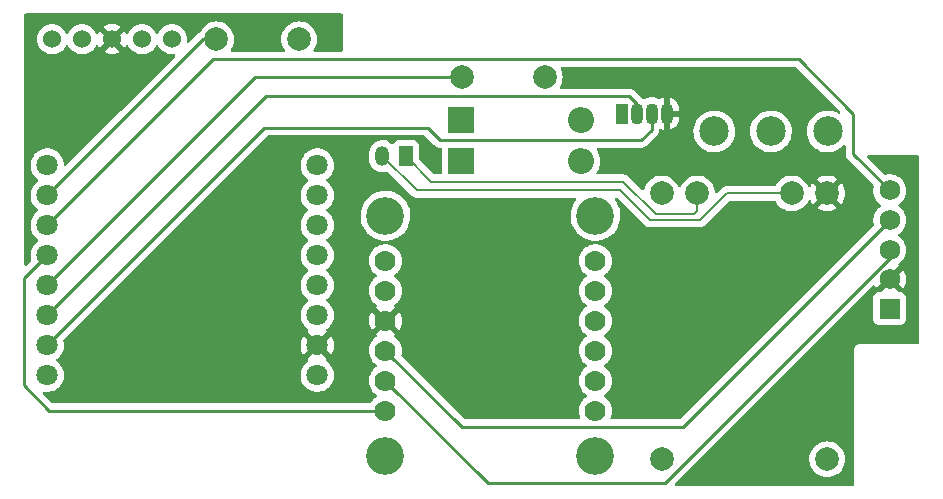
<source format=gbl>
%TF.GenerationSoftware,KiCad,Pcbnew,(6.0.11)*%
%TF.CreationDate,2023-02-26T00:32:28-05:00*%
%TF.ProjectId,IMU-pcb,494d552d-7063-4622-9e6b-696361645f70,rev?*%
%TF.SameCoordinates,Original*%
%TF.FileFunction,Copper,L2,Bot*%
%TF.FilePolarity,Positive*%
%FSLAX46Y46*%
G04 Gerber Fmt 4.6, Leading zero omitted, Abs format (unit mm)*
G04 Created by KiCad (PCBNEW (6.0.11)) date 2023-02-26 00:32:28*
%MOMM*%
%LPD*%
G01*
G04 APERTURE LIST*
%TA.AperFunction,ComponentPad*%
%ADD10R,1.200000X1.700000*%
%TD*%
%TA.AperFunction,ComponentPad*%
%ADD11O,1.200000X1.700000*%
%TD*%
%TA.AperFunction,ComponentPad*%
%ADD12C,2.000000*%
%TD*%
%TA.AperFunction,ComponentPad*%
%ADD13R,1.070000X1.800000*%
%TD*%
%TA.AperFunction,ComponentPad*%
%ADD14O,1.070000X1.800000*%
%TD*%
%TA.AperFunction,ComponentPad*%
%ADD15C,1.800000*%
%TD*%
%TA.AperFunction,ComponentPad*%
%ADD16C,1.778000*%
%TD*%
%TA.AperFunction,ComponentPad*%
%ADD17C,3.200000*%
%TD*%
%TA.AperFunction,ComponentPad*%
%ADD18C,1.524000*%
%TD*%
%TA.AperFunction,ComponentPad*%
%ADD19C,2.500000*%
%TD*%
%TA.AperFunction,ComponentPad*%
%ADD20R,1.750000X1.750000*%
%TD*%
%TA.AperFunction,ComponentPad*%
%ADD21C,1.750000*%
%TD*%
%TA.AperFunction,ComponentPad*%
%ADD22R,2.200000X2.200000*%
%TD*%
%TA.AperFunction,ComponentPad*%
%ADD23O,2.200000X2.200000*%
%TD*%
%TA.AperFunction,ViaPad*%
%ADD24C,0.800000*%
%TD*%
%TA.AperFunction,Conductor*%
%ADD25C,0.200000*%
%TD*%
%TA.AperFunction,Conductor*%
%ADD26C,0.250000*%
%TD*%
G04 APERTURE END LIST*
D10*
%TO.P,J2,1,Pin_1*%
%TO.N,B+*%
X142850000Y-81600000D03*
D11*
%TO.P,J2,2,Pin_2*%
%TO.N,B-*%
X140850000Y-81600000D03*
%TD*%
D12*
%TO.P,R2,1*%
%TO.N,Net-(D3-Pad1)*%
X154600000Y-74900000D03*
%TO.P,R2,2*%
%TO.N,D6*%
X147600000Y-74900000D03*
%TD*%
%TO.P,R1,1*%
%TO.N,B+*%
X133800000Y-71700000D03*
%TO.P,R1,2*%
%TO.N,Net-(R1-Pad2)*%
X126800000Y-71700000D03*
%TD*%
D13*
%TO.P,D3,1,RA*%
%TO.N,Net-(D3-Pad1)*%
X161100000Y-78000000D03*
D14*
%TO.P,D3,2,GA*%
%TO.N,D7*%
X162370000Y-78000000D03*
%TO.P,D3,3,BA*%
%TO.N,D8*%
X163640000Y-78000000D03*
%TO.P,D3,4,K*%
%TO.N,GND*%
X164910000Y-78000000D03*
%TD*%
D15*
%TO.P,U2,1,Rst*%
%TO.N,unconnected-(U2-Pad1)*%
X112471012Y-82351012D03*
%TO.P,U2,2,A0*%
%TO.N,Net-(R1-Pad2)*%
X112471012Y-84891012D03*
%TO.P,U2,3,D0*%
%TO.N,INT_PIN2*%
X112471012Y-87431012D03*
%TO.P,U2,4,D5*%
%TO.N,INT_PIN1*%
X112471012Y-89971012D03*
%TO.P,U2,5,D6*%
%TO.N,D6*%
X112471012Y-92511012D03*
%TO.P,U2,6,D7*%
%TO.N,D7*%
X112471012Y-95051012D03*
%TO.P,U2,7,D8*%
%TO.N,D8*%
X112471012Y-97591012D03*
%TO.P,U2,8,3.3V*%
%TO.N,+3.3V*%
X112471012Y-100131012D03*
%TO.P,U2,9,5V*%
%TO.N,+5V*%
X135331012Y-100131012D03*
%TO.P,U2,10,GND*%
%TO.N,GND*%
X135331012Y-97591012D03*
%TO.P,U2,11,D4*%
%TO.N,unconnected-(U2-Pad11)*%
X135331012Y-95051012D03*
%TO.P,U2,12,D3*%
%TO.N,unconnected-(U2-Pad12)*%
X135331012Y-92511012D03*
%TO.P,U2,13,D2*%
%TO.N,SDA*%
X135331012Y-89971012D03*
%TO.P,U2,14,D1*%
%TO.N,SCL*%
X135331012Y-87431012D03*
%TO.P,U2,15,Rx*%
%TO.N,unconnected-(U2-Pad15)*%
X135331012Y-84891012D03*
%TO.P,U2,16,Tx*%
%TO.N,unconnected-(U2-Pad16)*%
X135331012Y-82351012D03*
%TD*%
D16*
%TO.P,U3,JP1_1,VIN*%
%TO.N,+3.3V*%
X141110000Y-90450000D03*
%TO.P,U3,JP1_2,3VO*%
%TO.N,unconnected-(U3-PadJP1_2)*%
X141110000Y-92990000D03*
%TO.P,U3,JP1_3,GND*%
%TO.N,GND*%
X141110000Y-95530000D03*
%TO.P,U3,JP1_4,SCL*%
%TO.N,SCL*%
X141110000Y-98070000D03*
%TO.P,U3,JP1_5,SDA*%
%TO.N,SDA*%
X141110000Y-100610000D03*
%TO.P,U3,JP1_6,~{INT}*%
%TO.N,INT_PIN1*%
X141110000Y-103150000D03*
%TO.P,U3,JP2_1,BT*%
%TO.N,unconnected-(U3-PadJP2_1)*%
X158890000Y-90450000D03*
%TO.P,U3,JP2_2,P0*%
%TO.N,unconnected-(U3-PadJP2_2)*%
X158890000Y-92990000D03*
%TO.P,U3,JP2_3,P1*%
%TO.N,unconnected-(U3-PadJP2_3)*%
X158890000Y-95530000D03*
%TO.P,U3,JP2_4,~{RST}*%
%TO.N,unconnected-(U3-PadJP2_4)*%
X158890000Y-98070000D03*
%TO.P,U3,JP2_5,DI*%
%TO.N,unconnected-(U3-PadJP2_5)*%
X158890000Y-100610000D03*
%TO.P,U3,JP2_6,CS*%
%TO.N,unconnected-(U3-PadJP2_6)*%
X158890000Y-103150000D03*
D17*
%TO.P,U3,P1*%
%TO.N,N/C*%
X158890000Y-86640000D03*
%TO.P,U3,P2*%
X158890000Y-106960000D03*
%TO.P,U3,P3*%
X141110000Y-86640000D03*
%TO.P,U3,P4*%
X141110000Y-106960000D03*
%TD*%
D18*
%TO.P,J1,1,Pin_1*%
%TO.N,+5V*%
X112880000Y-71700000D03*
%TO.P,J1,2,Pin_2*%
%TO.N,+3.3V*%
X115420000Y-71700000D03*
%TO.P,J1,3,Pin_3*%
%TO.N,GND*%
X117960000Y-71700000D03*
%TO.P,J1,4,Pin_4*%
%TO.N,B+*%
X120500000Y-71700000D03*
%TO.P,J1,5,Pin_5*%
%TO.N,B-*%
X123040000Y-71700000D03*
%TD*%
D19*
%TO.P,S1,1,T1*%
%TO.N,+5V*%
X168950000Y-79500000D03*
%TO.P,S1,2,T2*%
%TO.N,Net-(D1-Pad1)*%
X173750000Y-79500000D03*
%TO.P,S1,3*%
%TO.N,N/C*%
X178550000Y-79500000D03*
%TD*%
D20*
%TO.P,J3,1,Pin_1*%
%TO.N,+3.3V*%
X183800000Y-94500000D03*
D21*
%TO.P,J3,2,Pin_2*%
%TO.N,GND*%
X183800000Y-92000000D03*
%TO.P,J3,3,Pin_3*%
%TO.N,SDA*%
X183800000Y-89500000D03*
%TO.P,J3,4,Pin_4*%
%TO.N,SCL*%
X183800000Y-87000000D03*
%TO.P,J3,5,Pin_5*%
%TO.N,INT_PIN2*%
X183800000Y-84500000D03*
%TD*%
D22*
%TO.P,D2,1,K*%
%TO.N,Net-(D1-Pad1)*%
X147520000Y-78500000D03*
D23*
%TO.P,D2,2,A*%
%TO.N,Net-(D2-Pad2)*%
X157680000Y-78500000D03*
%TD*%
D12*
%TO.P,U1,1,Out+*%
%TO.N,Net-(D2-Pad2)*%
X164500000Y-84750000D03*
%TO.P,U1,2,Battery+*%
%TO.N,B+*%
X167500000Y-84750000D03*
%TO.P,U1,3,Battery-*%
%TO.N,B-*%
X175500000Y-84750000D03*
%TO.P,U1,4,Out-*%
%TO.N,GND*%
X178500000Y-84750000D03*
%TO.P,U1,5,RB+*%
%TO.N,Net-(D1-Pad2)*%
X164500000Y-107250000D03*
%TO.P,U1,6,RB-*%
%TO.N,unconnected-(U1-Pad6)*%
X178500000Y-107250000D03*
%TD*%
D22*
%TO.P,D1,1,K*%
%TO.N,Net-(D1-Pad1)*%
X147520000Y-82000000D03*
D23*
%TO.P,D1,2,A*%
%TO.N,Net-(D1-Pad2)*%
X157680000Y-82000000D03*
%TD*%
D24*
%TO.N,GND*%
X125600000Y-87900000D03*
X118000000Y-75900000D03*
%TD*%
D25*
%TO.N,B+*%
X164000000Y-86500000D02*
X161250000Y-83750000D01*
X167500000Y-86250000D02*
X167250000Y-86500000D01*
X167500000Y-84750000D02*
X167500000Y-86250000D01*
X161250000Y-83750000D02*
X145000000Y-83750000D01*
X167250000Y-86500000D02*
X164000000Y-86500000D01*
X145000000Y-83750000D02*
X142850000Y-81600000D01*
%TO.N,B-*%
X167750000Y-87000000D02*
X163500000Y-87000000D01*
X163500000Y-87000000D02*
X161000000Y-84500000D01*
X170000000Y-84750000D02*
X167750000Y-87000000D01*
X143750000Y-84500000D02*
X140850000Y-81600000D01*
X175500000Y-84750000D02*
X170000000Y-84750000D01*
X161000000Y-84500000D02*
X143750000Y-84500000D01*
D26*
%TO.N,Net-(R1-Pad2)*%
X112471012Y-84891012D02*
X125662024Y-71700000D01*
X125662024Y-71700000D02*
X126800000Y-71700000D01*
%TO.N,SCL*%
X147565000Y-104525000D02*
X166275000Y-104525000D01*
X166275000Y-104525000D02*
X183800000Y-87000000D01*
X141110000Y-98070000D02*
X147565000Y-104525000D01*
%TO.N,SDA*%
X164750000Y-109250000D02*
X183800000Y-90200000D01*
X149750000Y-109250000D02*
X164750000Y-109250000D01*
X141110000Y-100610000D02*
X149750000Y-109250000D01*
X183800000Y-90200000D02*
X183800000Y-89500000D01*
%TO.N,INT_PIN2*%
X176100000Y-73400000D02*
X126502024Y-73400000D01*
X180700000Y-81400000D02*
X180700000Y-78000000D01*
X126502024Y-73400000D02*
X112471012Y-87431012D01*
X180700000Y-78000000D02*
X176100000Y-73400000D01*
X183800000Y-84500000D02*
X180700000Y-81400000D01*
%TO.N,D7*%
X162370000Y-77185000D02*
X161696012Y-76511012D01*
X131011012Y-76511012D02*
X112471012Y-95051012D01*
X161696012Y-76511012D02*
X131011012Y-76511012D01*
X162370000Y-78000000D02*
X162370000Y-77185000D01*
%TO.N,D8*%
X145750000Y-80250000D02*
X162750000Y-80250000D01*
X162750000Y-80250000D02*
X163640000Y-79360000D01*
X144700000Y-79200000D02*
X145750000Y-80250000D01*
X112471012Y-97591012D02*
X130862024Y-79200000D01*
X130862024Y-79200000D02*
X144700000Y-79200000D01*
X163640000Y-79360000D02*
X163640000Y-78000000D01*
%TO.N,INT_PIN1*%
X110500000Y-101000000D02*
X110500000Y-93000000D01*
X110500000Y-91942024D02*
X112471012Y-89971012D01*
X112650000Y-103150000D02*
X110500000Y-101000000D01*
X141110000Y-103150000D02*
X112650000Y-103150000D01*
X110500000Y-93000000D02*
X110500000Y-91942024D01*
%TO.N,D6*%
X130082024Y-74900000D02*
X112471012Y-92511012D01*
X147600000Y-74900000D02*
X130082024Y-74900000D01*
%TD*%
%TA.AperFunction,Conductor*%
%TO.N,GND*%
G36*
X186233621Y-81528502D02*
G01*
X186280114Y-81582158D01*
X186291500Y-81634500D01*
X186291500Y-97365500D01*
X186271498Y-97433621D01*
X186217842Y-97480114D01*
X186165500Y-97491500D01*
X181308623Y-97491500D01*
X181307853Y-97491498D01*
X181307037Y-97491493D01*
X181230279Y-97491024D01*
X181207918Y-97497415D01*
X181201847Y-97499150D01*
X181185085Y-97502728D01*
X181155813Y-97506920D01*
X181147645Y-97510634D01*
X181147644Y-97510634D01*
X181132438Y-97517548D01*
X181114914Y-97523996D01*
X181090229Y-97531051D01*
X181082635Y-97535843D01*
X181082632Y-97535844D01*
X181065220Y-97546830D01*
X181050137Y-97554969D01*
X181023218Y-97567208D01*
X181016416Y-97573069D01*
X181003765Y-97583970D01*
X180988761Y-97595073D01*
X180967042Y-97608776D01*
X180961103Y-97615501D01*
X180961099Y-97615504D01*
X180947468Y-97630938D01*
X180935276Y-97642982D01*
X180919673Y-97656427D01*
X180919671Y-97656430D01*
X180912873Y-97662287D01*
X180907993Y-97669816D01*
X180907992Y-97669817D01*
X180898906Y-97683835D01*
X180887615Y-97698709D01*
X180876569Y-97711217D01*
X180870622Y-97717951D01*
X180858058Y-97744711D01*
X180849737Y-97759691D01*
X180838529Y-97776983D01*
X180838527Y-97776988D01*
X180833648Y-97784515D01*
X180831078Y-97793108D01*
X180831076Y-97793113D01*
X180826289Y-97809120D01*
X180819628Y-97826564D01*
X180812533Y-97841676D01*
X180808719Y-97849800D01*
X180807338Y-97858667D01*
X180807338Y-97858668D01*
X180804170Y-97879015D01*
X180800387Y-97895732D01*
X180794485Y-97915466D01*
X180794484Y-97915472D01*
X180791914Y-97924066D01*
X180791723Y-97955420D01*
X180791704Y-97958497D01*
X180791671Y-97959289D01*
X180791500Y-97960386D01*
X180791500Y-97991377D01*
X180791498Y-97992147D01*
X180791024Y-98069721D01*
X180791408Y-98071065D01*
X180791500Y-98072410D01*
X180791500Y-109365500D01*
X180771498Y-109433621D01*
X180717842Y-109480114D01*
X180665500Y-109491500D01*
X165708594Y-109491500D01*
X165640473Y-109471498D01*
X165593980Y-109417842D01*
X165583876Y-109347568D01*
X165613370Y-109282988D01*
X165619499Y-109276405D01*
X167645904Y-107250000D01*
X176986835Y-107250000D01*
X177005465Y-107486711D01*
X177006619Y-107491518D01*
X177006620Y-107491524D01*
X177011308Y-107511050D01*
X177060895Y-107717594D01*
X177151760Y-107936963D01*
X177154346Y-107941183D01*
X177273241Y-108135202D01*
X177273245Y-108135208D01*
X177275824Y-108139416D01*
X177430031Y-108319969D01*
X177433787Y-108323177D01*
X177438504Y-108327206D01*
X177610584Y-108474176D01*
X177614792Y-108476755D01*
X177614798Y-108476759D01*
X177722636Y-108542842D01*
X177813037Y-108598240D01*
X177817607Y-108600133D01*
X177817611Y-108600135D01*
X178027833Y-108687211D01*
X178032406Y-108689105D01*
X178099967Y-108705325D01*
X178258476Y-108743380D01*
X178258482Y-108743381D01*
X178263289Y-108744535D01*
X178500000Y-108763165D01*
X178736711Y-108744535D01*
X178741518Y-108743381D01*
X178741524Y-108743380D01*
X178900033Y-108705325D01*
X178967594Y-108689105D01*
X178972167Y-108687211D01*
X179182389Y-108600135D01*
X179182393Y-108600133D01*
X179186963Y-108598240D01*
X179277364Y-108542842D01*
X179385202Y-108476759D01*
X179385208Y-108476755D01*
X179389416Y-108474176D01*
X179561496Y-108327206D01*
X179566213Y-108323177D01*
X179569969Y-108319969D01*
X179724176Y-108139416D01*
X179726755Y-108135208D01*
X179726759Y-108135202D01*
X179845654Y-107941183D01*
X179848240Y-107936963D01*
X179939105Y-107717594D01*
X179988692Y-107511050D01*
X179993380Y-107491524D01*
X179993381Y-107491518D01*
X179994535Y-107486711D01*
X180013165Y-107250000D01*
X179994535Y-107013289D01*
X179992960Y-107006726D01*
X179940260Y-106787218D01*
X179939105Y-106782406D01*
X179895632Y-106677452D01*
X179850135Y-106567611D01*
X179850133Y-106567607D01*
X179848240Y-106563037D01*
X179845654Y-106558817D01*
X179726759Y-106364798D01*
X179726755Y-106364792D01*
X179724176Y-106360584D01*
X179569969Y-106180031D01*
X179389416Y-106025824D01*
X179385208Y-106023245D01*
X179385202Y-106023241D01*
X179191183Y-105904346D01*
X179186963Y-105901760D01*
X179182393Y-105899867D01*
X179182389Y-105899865D01*
X178972167Y-105812789D01*
X178972165Y-105812788D01*
X178967594Y-105810895D01*
X178887391Y-105791640D01*
X178741524Y-105756620D01*
X178741518Y-105756619D01*
X178736711Y-105755465D01*
X178500000Y-105736835D01*
X178263289Y-105755465D01*
X178258482Y-105756619D01*
X178258476Y-105756620D01*
X178112609Y-105791640D01*
X178032406Y-105810895D01*
X178027835Y-105812788D01*
X178027833Y-105812789D01*
X177817611Y-105899865D01*
X177817607Y-105899867D01*
X177813037Y-105901760D01*
X177808817Y-105904346D01*
X177614798Y-106023241D01*
X177614792Y-106023245D01*
X177610584Y-106025824D01*
X177430031Y-106180031D01*
X177275824Y-106360584D01*
X177273245Y-106364792D01*
X177273241Y-106364798D01*
X177154346Y-106558817D01*
X177151760Y-106563037D01*
X177149867Y-106567607D01*
X177149865Y-106567611D01*
X177104368Y-106677452D01*
X177060895Y-106782406D01*
X177059740Y-106787218D01*
X177007041Y-107006726D01*
X177005465Y-107013289D01*
X176986835Y-107250000D01*
X167645904Y-107250000D01*
X179472770Y-95423134D01*
X182416500Y-95423134D01*
X182423255Y-95485316D01*
X182474385Y-95621705D01*
X182561739Y-95738261D01*
X182678295Y-95825615D01*
X182814684Y-95876745D01*
X182876866Y-95883500D01*
X184723134Y-95883500D01*
X184785316Y-95876745D01*
X184921705Y-95825615D01*
X185038261Y-95738261D01*
X185125615Y-95621705D01*
X185176745Y-95485316D01*
X185183500Y-95423134D01*
X185183500Y-93576866D01*
X185176745Y-93514684D01*
X185125615Y-93378295D01*
X185038261Y-93261739D01*
X184921705Y-93174385D01*
X184785316Y-93123255D01*
X184723134Y-93116500D01*
X184609480Y-93116500D01*
X184541359Y-93096498D01*
X184520385Y-93079595D01*
X183812812Y-92372022D01*
X183798868Y-92364408D01*
X183797035Y-92364539D01*
X183790420Y-92368790D01*
X183079615Y-93079595D01*
X183017303Y-93113621D01*
X182990520Y-93116500D01*
X182876866Y-93116500D01*
X182814684Y-93123255D01*
X182678295Y-93174385D01*
X182561739Y-93261739D01*
X182474385Y-93378295D01*
X182423255Y-93514684D01*
X182416500Y-93576866D01*
X182416500Y-95423134D01*
X179472770Y-95423134D01*
X182342896Y-92553008D01*
X182405208Y-92518982D01*
X182476023Y-92524047D01*
X182532859Y-92566594D01*
X182548733Y-92594697D01*
X182559378Y-92620912D01*
X182564022Y-92630105D01*
X182648279Y-92767601D01*
X182658735Y-92777061D01*
X182667513Y-92773277D01*
X183439658Y-92001132D01*
X184164408Y-92001132D01*
X184164539Y-92002965D01*
X184168790Y-92009580D01*
X184928388Y-92769178D01*
X184940398Y-92775736D01*
X184952138Y-92766768D01*
X184986507Y-92718940D01*
X184991816Y-92710103D01*
X185087994Y-92515503D01*
X185091792Y-92505910D01*
X185154897Y-92298208D01*
X185157074Y-92288138D01*
X185185646Y-92071113D01*
X185186165Y-92064438D01*
X185187658Y-92003364D01*
X185187464Y-91996646D01*
X185169530Y-91778507D01*
X185167845Y-91768327D01*
X185114962Y-91557791D01*
X185111642Y-91548040D01*
X185025080Y-91348959D01*
X185020213Y-91339884D01*
X184951144Y-91233118D01*
X184940458Y-91223915D01*
X184930891Y-91228319D01*
X184172022Y-91987188D01*
X184164408Y-92001132D01*
X183439658Y-92001132D01*
X184571190Y-90869600D01*
X184578211Y-90856744D01*
X184560258Y-90832104D01*
X184560787Y-90831718D01*
X184530578Y-90789112D01*
X184527343Y-90718189D01*
X184562966Y-90656776D01*
X184576558Y-90645567D01*
X184696051Y-90560334D01*
X184857199Y-90399747D01*
X184892580Y-90350510D01*
X184986938Y-90219198D01*
X184986942Y-90219192D01*
X184989956Y-90214997D01*
X185090755Y-90011046D01*
X185156890Y-89793370D01*
X185161632Y-89757350D01*
X185186148Y-89571136D01*
X185186148Y-89571132D01*
X185186585Y-89567815D01*
X185188242Y-89500000D01*
X185169601Y-89273264D01*
X185114178Y-89052617D01*
X185053962Y-88914129D01*
X185025522Y-88848722D01*
X185025520Y-88848719D01*
X185023462Y-88843985D01*
X184931950Y-88702529D01*
X184902698Y-88657311D01*
X184902696Y-88657308D01*
X184899890Y-88652971D01*
X184746779Y-88484704D01*
X184620943Y-88385325D01*
X184572063Y-88346722D01*
X184531000Y-88288805D01*
X184527768Y-88217882D01*
X184563393Y-88156470D01*
X184576987Y-88145261D01*
X184696051Y-88060334D01*
X184857199Y-87899747D01*
X184886881Y-87858440D01*
X184986938Y-87719198D01*
X184986942Y-87719192D01*
X184989956Y-87714997D01*
X185051893Y-87589678D01*
X185088461Y-87515688D01*
X185088462Y-87515686D01*
X185090755Y-87511046D01*
X185156890Y-87293370D01*
X185163040Y-87246660D01*
X185186148Y-87071136D01*
X185186148Y-87071132D01*
X185186585Y-87067815D01*
X185188242Y-87000000D01*
X185169601Y-86773264D01*
X185114178Y-86552617D01*
X185045282Y-86394167D01*
X185025522Y-86348722D01*
X185025520Y-86348719D01*
X185023462Y-86343985D01*
X184906454Y-86163117D01*
X184902698Y-86157311D01*
X184902696Y-86157308D01*
X184899890Y-86152971D01*
X184746779Y-85984704D01*
X184644714Y-85904098D01*
X184572063Y-85846722D01*
X184531000Y-85788805D01*
X184527768Y-85717882D01*
X184563393Y-85656470D01*
X184576987Y-85645261D01*
X184696051Y-85560334D01*
X184857199Y-85399747D01*
X184886838Y-85358500D01*
X184986938Y-85219198D01*
X184986942Y-85219192D01*
X184989956Y-85214997D01*
X185055867Y-85081636D01*
X185088461Y-85015688D01*
X185088462Y-85015686D01*
X185090755Y-85011046D01*
X185156890Y-84793370D01*
X185160352Y-84767073D01*
X185186148Y-84571136D01*
X185186148Y-84571132D01*
X185186585Y-84567815D01*
X185188242Y-84500000D01*
X185169601Y-84273264D01*
X185114178Y-84052617D01*
X185032512Y-83864798D01*
X185025522Y-83848722D01*
X185025520Y-83848719D01*
X185023462Y-83843985D01*
X184917396Y-83680031D01*
X184902698Y-83657311D01*
X184902696Y-83657308D01*
X184899890Y-83652971D01*
X184746779Y-83484704D01*
X184568241Y-83343704D01*
X184369072Y-83233757D01*
X184364203Y-83232033D01*
X184364199Y-83232031D01*
X184159496Y-83159541D01*
X184159492Y-83159540D01*
X184154621Y-83157815D01*
X184149528Y-83156908D01*
X184149525Y-83156907D01*
X183935734Y-83118825D01*
X183935728Y-83118824D01*
X183930645Y-83117919D01*
X183857196Y-83117022D01*
X183708331Y-83115203D01*
X183708329Y-83115203D01*
X183703161Y-83115140D01*
X183565207Y-83136250D01*
X183483387Y-83148770D01*
X183483385Y-83148771D01*
X183478278Y-83149552D01*
X183452998Y-83157815D01*
X183451713Y-83158235D01*
X183380749Y-83160388D01*
X183323470Y-83127566D01*
X181919500Y-81723595D01*
X181885474Y-81661283D01*
X181890539Y-81590467D01*
X181933086Y-81533632D01*
X181999606Y-81508821D01*
X182008595Y-81508500D01*
X186165500Y-81508500D01*
X186233621Y-81528502D01*
G37*
%TD.AperFunction*%
%TA.AperFunction,Conductor*%
G36*
X175853527Y-74053502D02*
G01*
X175874501Y-74070405D01*
X179575506Y-77771410D01*
X179609532Y-77833722D01*
X179604467Y-77904537D01*
X179561920Y-77961373D01*
X179495400Y-77986184D01*
X179430683Y-77973511D01*
X179214781Y-77867040D01*
X179214778Y-77867039D01*
X179210593Y-77864975D01*
X179164449Y-77850204D01*
X178966123Y-77786720D01*
X178961665Y-77785293D01*
X178703693Y-77743279D01*
X178589942Y-77741790D01*
X178447022Y-77739919D01*
X178447019Y-77739919D01*
X178442345Y-77739858D01*
X178183362Y-77775104D01*
X177932433Y-77848243D01*
X177928180Y-77850203D01*
X177928179Y-77850204D01*
X177891659Y-77867040D01*
X177695072Y-77957668D01*
X177656067Y-77983241D01*
X177480404Y-78098410D01*
X177480399Y-78098414D01*
X177476491Y-78100976D01*
X177281494Y-78275018D01*
X177114363Y-78475970D01*
X177111934Y-78479973D01*
X176983624Y-78691422D01*
X176978771Y-78699419D01*
X176877697Y-78940455D01*
X176813359Y-79193783D01*
X176812891Y-79198434D01*
X176812890Y-79198438D01*
X176809921Y-79227928D01*
X176787173Y-79453839D01*
X176787397Y-79458505D01*
X176787397Y-79458511D01*
X176789125Y-79494476D01*
X176799713Y-79714908D01*
X176850704Y-79971256D01*
X176939026Y-80217252D01*
X176941242Y-80221376D01*
X177005753Y-80341437D01*
X177062737Y-80447491D01*
X177065532Y-80451234D01*
X177065534Y-80451237D01*
X177216330Y-80653177D01*
X177216335Y-80653183D01*
X177219122Y-80656915D01*
X177222431Y-80660195D01*
X177222436Y-80660201D01*
X177396257Y-80832511D01*
X177404743Y-80840923D01*
X177408505Y-80843681D01*
X177408508Y-80843684D01*
X177591377Y-80977769D01*
X177615524Y-80995474D01*
X177619667Y-80997654D01*
X177619669Y-80997655D01*
X177842684Y-81114989D01*
X177842689Y-81114991D01*
X177846834Y-81117172D01*
X178093590Y-81203344D01*
X178098183Y-81204216D01*
X178345785Y-81251224D01*
X178345788Y-81251224D01*
X178350374Y-81252095D01*
X178480958Y-81257226D01*
X178606875Y-81262174D01*
X178606881Y-81262174D01*
X178611543Y-81262357D01*
X178690977Y-81253657D01*
X178866707Y-81234412D01*
X178866712Y-81234411D01*
X178871360Y-81233902D01*
X178984116Y-81204216D01*
X179119594Y-81168548D01*
X179119596Y-81168547D01*
X179124117Y-81167357D01*
X179364262Y-81064182D01*
X179557081Y-80944863D01*
X179582547Y-80929104D01*
X179582548Y-80929104D01*
X179586519Y-80926646D01*
X179590082Y-80923629D01*
X179590087Y-80923626D01*
X179782439Y-80760787D01*
X179782440Y-80760786D01*
X179786005Y-80757768D01*
X179789085Y-80754256D01*
X179789090Y-80754251D01*
X179845768Y-80689622D01*
X179905721Y-80651594D01*
X179976717Y-80652016D01*
X180036213Y-80690754D01*
X180065322Y-80755509D01*
X180066500Y-80772699D01*
X180066500Y-81321233D01*
X180065973Y-81332416D01*
X180064298Y-81339909D01*
X180064547Y-81347835D01*
X180064547Y-81347836D01*
X180066438Y-81407986D01*
X180066500Y-81411945D01*
X180066500Y-81439856D01*
X180066997Y-81443790D01*
X180066997Y-81443791D01*
X180067005Y-81443856D01*
X180067938Y-81455693D01*
X180069327Y-81499889D01*
X180074978Y-81519339D01*
X180078987Y-81538700D01*
X180081526Y-81558797D01*
X180084445Y-81566168D01*
X180084445Y-81566170D01*
X180097804Y-81599912D01*
X180101649Y-81611142D01*
X180113982Y-81653593D01*
X180118015Y-81660412D01*
X180118017Y-81660417D01*
X180124293Y-81671028D01*
X180132988Y-81688776D01*
X180140448Y-81707617D01*
X180145110Y-81714033D01*
X180145110Y-81714034D01*
X180166436Y-81743387D01*
X180172952Y-81753307D01*
X180195458Y-81791362D01*
X180209779Y-81805683D01*
X180222619Y-81820716D01*
X180234528Y-81837107D01*
X180240634Y-81842158D01*
X180268605Y-81865298D01*
X180277384Y-81873288D01*
X182429464Y-84025369D01*
X182463490Y-84087681D01*
X182461787Y-84148135D01*
X182437728Y-84234891D01*
X182437727Y-84234897D01*
X182436348Y-84239869D01*
X182435800Y-84244997D01*
X182435799Y-84245002D01*
X182414465Y-84444630D01*
X182412172Y-84466082D01*
X182412469Y-84471234D01*
X182412469Y-84471238D01*
X182415986Y-84532226D01*
X182425268Y-84693206D01*
X182426405Y-84698252D01*
X182426406Y-84698258D01*
X182446686Y-84788244D01*
X182475283Y-84915141D01*
X182560875Y-85125927D01*
X182679744Y-85319904D01*
X182683128Y-85323810D01*
X182683129Y-85323812D01*
X182713177Y-85358500D01*
X182828698Y-85491861D01*
X183003737Y-85637181D01*
X183008192Y-85639784D01*
X183008203Y-85639792D01*
X183012651Y-85642391D01*
X183061374Y-85694029D01*
X183074445Y-85763812D01*
X183047713Y-85829584D01*
X183024735Y-85851936D01*
X182878310Y-85961875D01*
X182870062Y-85970506D01*
X182746186Y-86100135D01*
X182721133Y-86126351D01*
X182592931Y-86314289D01*
X182590758Y-86318971D01*
X182590756Y-86318974D01*
X182552592Y-86401193D01*
X182497145Y-86520643D01*
X182471366Y-86613598D01*
X182438278Y-86732911D01*
X182436348Y-86739869D01*
X182435799Y-86745006D01*
X182414640Y-86942993D01*
X182412172Y-86966082D01*
X182412469Y-86971234D01*
X182412469Y-86971238D01*
X182417332Y-87055572D01*
X182425268Y-87193206D01*
X182426407Y-87198259D01*
X182426407Y-87198261D01*
X182462537Y-87358586D01*
X182458001Y-87429437D01*
X182428715Y-87475381D01*
X166049500Y-103854595D01*
X165987188Y-103888621D01*
X165960405Y-103891500D01*
X160285296Y-103891500D01*
X160217175Y-103871498D01*
X160170682Y-103817842D01*
X160160578Y-103747568D01*
X160172338Y-103709674D01*
X160177311Y-103699613D01*
X160193816Y-103666217D01*
X160224782Y-103564297D01*
X160259117Y-103451291D01*
X160259118Y-103451285D01*
X160260621Y-103446339D01*
X160290616Y-103218502D01*
X160292290Y-103150000D01*
X160286058Y-103074194D01*
X160273884Y-102926121D01*
X160273883Y-102926115D01*
X160273460Y-102920970D01*
X160217477Y-102698090D01*
X160125843Y-102487347D01*
X160120828Y-102479595D01*
X160003830Y-102298743D01*
X160003828Y-102298740D01*
X160001020Y-102294400D01*
X159922943Y-102208594D01*
X159849837Y-102128252D01*
X159849835Y-102128251D01*
X159846359Y-102124430D01*
X159842308Y-102121231D01*
X159842304Y-102121227D01*
X159670069Y-101985204D01*
X159670064Y-101985201D01*
X159666015Y-101982003D01*
X159665590Y-101981768D01*
X159620796Y-101928452D01*
X159611766Y-101858032D01*
X159642240Y-101793908D01*
X159663026Y-101775285D01*
X159790916Y-101684062D01*
X159795119Y-101681064D01*
X159957898Y-101518852D01*
X160008537Y-101448381D01*
X160088979Y-101336433D01*
X160091997Y-101332233D01*
X160113492Y-101288742D01*
X160153959Y-101206862D01*
X160193816Y-101126217D01*
X160221753Y-101034266D01*
X160259117Y-100911291D01*
X160259119Y-100911283D01*
X160260621Y-100906339D01*
X160290616Y-100678502D01*
X160290876Y-100667856D01*
X160292208Y-100613365D01*
X160292208Y-100613361D01*
X160292290Y-100610000D01*
X160277465Y-100429683D01*
X160273884Y-100386121D01*
X160273883Y-100386115D01*
X160273460Y-100380970D01*
X160217477Y-100158090D01*
X160125843Y-99947347D01*
X160123037Y-99943009D01*
X160003830Y-99758743D01*
X160003828Y-99758740D01*
X160001020Y-99754400D01*
X159929268Y-99675545D01*
X159849837Y-99588252D01*
X159849835Y-99588251D01*
X159846359Y-99584430D01*
X159842308Y-99581231D01*
X159842304Y-99581227D01*
X159670069Y-99445204D01*
X159670064Y-99445201D01*
X159666015Y-99442003D01*
X159665590Y-99441768D01*
X159620796Y-99388452D01*
X159611766Y-99318032D01*
X159642240Y-99253908D01*
X159663026Y-99235285D01*
X159790916Y-99144062D01*
X159795119Y-99141064D01*
X159835130Y-99101193D01*
X159954237Y-98982500D01*
X159957898Y-98978852D01*
X160091997Y-98792233D01*
X160109770Y-98756273D01*
X160153959Y-98666862D01*
X160193816Y-98586217D01*
X160221753Y-98494266D01*
X160259117Y-98371291D01*
X160259119Y-98371283D01*
X160260621Y-98366339D01*
X160290616Y-98138502D01*
X160290698Y-98135150D01*
X160292208Y-98073365D01*
X160292208Y-98073361D01*
X160292290Y-98070000D01*
X160283123Y-97958497D01*
X160273884Y-97846121D01*
X160273883Y-97846115D01*
X160273460Y-97840970D01*
X160217477Y-97618090D01*
X160125843Y-97407347D01*
X160123037Y-97403009D01*
X160003830Y-97218743D01*
X160003828Y-97218740D01*
X160001020Y-97214400D01*
X159939047Y-97146292D01*
X159849837Y-97048252D01*
X159849835Y-97048251D01*
X159846359Y-97044430D01*
X159842308Y-97041231D01*
X159842304Y-97041227D01*
X159670069Y-96905204D01*
X159670064Y-96905201D01*
X159666015Y-96902003D01*
X159665590Y-96901768D01*
X159620796Y-96848452D01*
X159611766Y-96778032D01*
X159642240Y-96713908D01*
X159663026Y-96695285D01*
X159790916Y-96604062D01*
X159795119Y-96601064D01*
X159957898Y-96438852D01*
X159964291Y-96429956D01*
X160088979Y-96256433D01*
X160091997Y-96252233D01*
X160104080Y-96227786D01*
X160153959Y-96126862D01*
X160193816Y-96046217D01*
X160219154Y-95962820D01*
X160259117Y-95831291D01*
X160259118Y-95831285D01*
X160260621Y-95826339D01*
X160290616Y-95598502D01*
X160290699Y-95595124D01*
X160292208Y-95533365D01*
X160292208Y-95533361D01*
X160292290Y-95530000D01*
X160277465Y-95349683D01*
X160273884Y-95306121D01*
X160273883Y-95306115D01*
X160273460Y-95300970D01*
X160217477Y-95078090D01*
X160125843Y-94867347D01*
X160109630Y-94842285D01*
X160003830Y-94678743D01*
X160003828Y-94678740D01*
X160001020Y-94674400D01*
X159939047Y-94606292D01*
X159849837Y-94508252D01*
X159849835Y-94508251D01*
X159846359Y-94504430D01*
X159842308Y-94501231D01*
X159842304Y-94501227D01*
X159670069Y-94365204D01*
X159670064Y-94365201D01*
X159666015Y-94362003D01*
X159665590Y-94361768D01*
X159620796Y-94308452D01*
X159611766Y-94238032D01*
X159642240Y-94173908D01*
X159663026Y-94155285D01*
X159790916Y-94064062D01*
X159795119Y-94061064D01*
X159835130Y-94021193D01*
X159954237Y-93902500D01*
X159957898Y-93898852D01*
X160091997Y-93712233D01*
X160109770Y-93676273D01*
X160160578Y-93573469D01*
X160193816Y-93506217D01*
X160219154Y-93422820D01*
X160259117Y-93291291D01*
X160259118Y-93291285D01*
X160260621Y-93286339D01*
X160282091Y-93123255D01*
X160290179Y-93061823D01*
X160290179Y-93061819D01*
X160290616Y-93058502D01*
X160290698Y-93055150D01*
X160292208Y-92993365D01*
X160292208Y-92993361D01*
X160292290Y-92990000D01*
X160277465Y-92809683D01*
X160273884Y-92766121D01*
X160273883Y-92766115D01*
X160273460Y-92760970D01*
X160217477Y-92538090D01*
X160125843Y-92327347D01*
X160123037Y-92323009D01*
X160003830Y-92138743D01*
X160003828Y-92138740D01*
X160001020Y-92134400D01*
X159943434Y-92071113D01*
X159849837Y-91968252D01*
X159849835Y-91968251D01*
X159846359Y-91964430D01*
X159842308Y-91961231D01*
X159842304Y-91961227D01*
X159670069Y-91825204D01*
X159670064Y-91825201D01*
X159666015Y-91822003D01*
X159665590Y-91821768D01*
X159620796Y-91768452D01*
X159611766Y-91698032D01*
X159642240Y-91633908D01*
X159663026Y-91615285D01*
X159790916Y-91524062D01*
X159795119Y-91521064D01*
X159835130Y-91481193D01*
X159954237Y-91362500D01*
X159957898Y-91358852D01*
X160091997Y-91172233D01*
X160109770Y-91136273D01*
X160158527Y-91037619D01*
X160193816Y-90966217D01*
X160219154Y-90882820D01*
X160259117Y-90751291D01*
X160259118Y-90751285D01*
X160260621Y-90746339D01*
X160290616Y-90518502D01*
X160290698Y-90515150D01*
X160292208Y-90453365D01*
X160292208Y-90453361D01*
X160292290Y-90450000D01*
X160281594Y-90319904D01*
X160273884Y-90226121D01*
X160273883Y-90226115D01*
X160273460Y-90220970D01*
X160217477Y-89998090D01*
X160125843Y-89787347D01*
X160123037Y-89783009D01*
X160003830Y-89598743D01*
X160003828Y-89598740D01*
X160001020Y-89594400D01*
X159982662Y-89574224D01*
X159849837Y-89428252D01*
X159849835Y-89428251D01*
X159846359Y-89424430D01*
X159842308Y-89421231D01*
X159842304Y-89421227D01*
X159670073Y-89285208D01*
X159666015Y-89282003D01*
X159464831Y-89170943D01*
X159288998Y-89108677D01*
X159253084Y-89095959D01*
X159253080Y-89095958D01*
X159248209Y-89094233D01*
X159243116Y-89093326D01*
X159243113Y-89093325D01*
X159027056Y-89054839D01*
X159027050Y-89054838D01*
X159021967Y-89053933D01*
X158948784Y-89053039D01*
X158797351Y-89051189D01*
X158797349Y-89051189D01*
X158792181Y-89051126D01*
X158640610Y-89074319D01*
X158570131Y-89085104D01*
X158570128Y-89085105D01*
X158565022Y-89085886D01*
X158560110Y-89087491D01*
X158560112Y-89087491D01*
X158351504Y-89155675D01*
X158351502Y-89155676D01*
X158346591Y-89157281D01*
X158142753Y-89263392D01*
X158138620Y-89266495D01*
X158138617Y-89266497D01*
X158095587Y-89298805D01*
X157958983Y-89401370D01*
X157800216Y-89567510D01*
X157670716Y-89757350D01*
X157653996Y-89793370D01*
X157587567Y-89936481D01*
X157573961Y-89965792D01*
X157512548Y-90187237D01*
X157488129Y-90415739D01*
X157501357Y-90645161D01*
X157502492Y-90650198D01*
X157502493Y-90650204D01*
X157548995Y-90856549D01*
X157551878Y-90869342D01*
X157638336Y-91082261D01*
X157641033Y-91086662D01*
X157641034Y-91086664D01*
X157701388Y-91185152D01*
X157758408Y-91278200D01*
X157908869Y-91451898D01*
X157912844Y-91455198D01*
X157912847Y-91455201D01*
X157935692Y-91474167D01*
X158085679Y-91598689D01*
X158090143Y-91601297D01*
X158090145Y-91601299D01*
X158107352Y-91611354D01*
X158156075Y-91662994D01*
X158169145Y-91732777D01*
X158142412Y-91798548D01*
X158119433Y-91820901D01*
X158116891Y-91822810D01*
X157958983Y-91941370D01*
X157955411Y-91945108D01*
X157841377Y-92064438D01*
X157800216Y-92107510D01*
X157670716Y-92297350D01*
X157639589Y-92364408D01*
X157587567Y-92476481D01*
X157573961Y-92505792D01*
X157512548Y-92727237D01*
X157488129Y-92955739D01*
X157488426Y-92960892D01*
X157488426Y-92960895D01*
X157489911Y-92986646D01*
X157501357Y-93185161D01*
X157502492Y-93190198D01*
X157502493Y-93190204D01*
X157523002Y-93281210D01*
X157551878Y-93409342D01*
X157638336Y-93622261D01*
X157641033Y-93626662D01*
X157641034Y-93626664D01*
X157701388Y-93725152D01*
X157758408Y-93818200D01*
X157908869Y-93991898D01*
X157912844Y-93995198D01*
X157912847Y-93995201D01*
X157935692Y-94014167D01*
X158085679Y-94138689D01*
X158090143Y-94141297D01*
X158090145Y-94141299D01*
X158107352Y-94151354D01*
X158156075Y-94202994D01*
X158169145Y-94272777D01*
X158142412Y-94338548D01*
X158119433Y-94360901D01*
X158081174Y-94389627D01*
X157958983Y-94481370D01*
X157800216Y-94647510D01*
X157670716Y-94837350D01*
X157654482Y-94872323D01*
X157587567Y-95016481D01*
X157573961Y-95045792D01*
X157512548Y-95267237D01*
X157488129Y-95495739D01*
X157488426Y-95500892D01*
X157488426Y-95500895D01*
X157489366Y-95517189D01*
X157501357Y-95725161D01*
X157502492Y-95730198D01*
X157502493Y-95730204D01*
X157535710Y-95877598D01*
X157551878Y-95949342D01*
X157638336Y-96162261D01*
X157641033Y-96166662D01*
X157641034Y-96166664D01*
X157701388Y-96265152D01*
X157758408Y-96358200D01*
X157908869Y-96531898D01*
X157912844Y-96535198D01*
X157912847Y-96535201D01*
X157971635Y-96584007D01*
X158085679Y-96678689D01*
X158090143Y-96681297D01*
X158090145Y-96681299D01*
X158107352Y-96691354D01*
X158156075Y-96742994D01*
X158169145Y-96812777D01*
X158142412Y-96878548D01*
X158119433Y-96900901D01*
X158116891Y-96902810D01*
X157958983Y-97021370D01*
X157955411Y-97025108D01*
X157844930Y-97140720D01*
X157800216Y-97187510D01*
X157670716Y-97377350D01*
X157644596Y-97433621D01*
X157577485Y-97578201D01*
X157573961Y-97585792D01*
X157512548Y-97807237D01*
X157488129Y-98035739D01*
X157488426Y-98040892D01*
X157488426Y-98040895D01*
X157492189Y-98106154D01*
X157501357Y-98265161D01*
X157502492Y-98270198D01*
X157502493Y-98270204D01*
X157543845Y-98453697D01*
X157551878Y-98489342D01*
X157638336Y-98702261D01*
X157641033Y-98706662D01*
X157641034Y-98706664D01*
X157715740Y-98828572D01*
X157758408Y-98898200D01*
X157908869Y-99071898D01*
X157912844Y-99075198D01*
X157912847Y-99075201D01*
X157935692Y-99094167D01*
X158085679Y-99218689D01*
X158090143Y-99221297D01*
X158090145Y-99221299D01*
X158107352Y-99231354D01*
X158156075Y-99282994D01*
X158169145Y-99352777D01*
X158142412Y-99418548D01*
X158119433Y-99440901D01*
X158116891Y-99442810D01*
X157958983Y-99561370D01*
X157800216Y-99727510D01*
X157670716Y-99917350D01*
X157622338Y-100021571D01*
X157587567Y-100096481D01*
X157573961Y-100125792D01*
X157512548Y-100347237D01*
X157488129Y-100575739D01*
X157488426Y-100580892D01*
X157488426Y-100580895D01*
X157489542Y-100600244D01*
X157501357Y-100805161D01*
X157502492Y-100810198D01*
X157502493Y-100810204D01*
X157513474Y-100858929D01*
X157551878Y-101029342D01*
X157638336Y-101242261D01*
X157641033Y-101246662D01*
X157641034Y-101246664D01*
X157755711Y-101433799D01*
X157758408Y-101438200D01*
X157908869Y-101611898D01*
X158085679Y-101758689D01*
X158090143Y-101761297D01*
X158090145Y-101761299D01*
X158107352Y-101771354D01*
X158156075Y-101822994D01*
X158169145Y-101892777D01*
X158142412Y-101958548D01*
X158119433Y-101980901D01*
X157968826Y-102093980D01*
X157958983Y-102101370D01*
X157800216Y-102267510D01*
X157670716Y-102457350D01*
X157573961Y-102665792D01*
X157512548Y-102887237D01*
X157488129Y-103115739D01*
X157488426Y-103120892D01*
X157488426Y-103120895D01*
X157489542Y-103140244D01*
X157501357Y-103345161D01*
X157551878Y-103569342D01*
X157553819Y-103574122D01*
X157553824Y-103574138D01*
X157612280Y-103718095D01*
X157619377Y-103788736D01*
X157587155Y-103852000D01*
X157525846Y-103887801D01*
X157495538Y-103891500D01*
X147879594Y-103891500D01*
X147811473Y-103871498D01*
X147790499Y-103854595D01*
X142492483Y-98556578D01*
X142458457Y-98494266D01*
X142461019Y-98430855D01*
X142466907Y-98411476D01*
X142480621Y-98366339D01*
X142510616Y-98138502D01*
X142510698Y-98135150D01*
X142512208Y-98073365D01*
X142512208Y-98073361D01*
X142512290Y-98070000D01*
X142503123Y-97958497D01*
X142493884Y-97846121D01*
X142493883Y-97846115D01*
X142493460Y-97840970D01*
X142437477Y-97618090D01*
X142345843Y-97407347D01*
X142343037Y-97403009D01*
X142223830Y-97218743D01*
X142223828Y-97218740D01*
X142221020Y-97214400D01*
X142159047Y-97146292D01*
X142069837Y-97048252D01*
X142069835Y-97048251D01*
X142066359Y-97044430D01*
X142062308Y-97041231D01*
X142062304Y-97041227D01*
X141890072Y-96905207D01*
X141886015Y-96902003D01*
X141885224Y-96901567D01*
X141840351Y-96848161D01*
X141831316Y-96777742D01*
X141861788Y-96713617D01*
X141882579Y-96694988D01*
X141887210Y-96691685D01*
X141895609Y-96680987D01*
X141888622Y-96667833D01*
X141122811Y-95902021D01*
X141108868Y-95894408D01*
X141107034Y-95894539D01*
X141100420Y-95898790D01*
X140328221Y-96670990D01*
X140321464Y-96683365D01*
X140326745Y-96690420D01*
X140327784Y-96691027D01*
X140376508Y-96742665D01*
X140389579Y-96812448D01*
X140362848Y-96878220D01*
X140339867Y-96900575D01*
X140315285Y-96919032D01*
X140178983Y-97021370D01*
X140175411Y-97025108D01*
X140064930Y-97140720D01*
X140020216Y-97187510D01*
X139890716Y-97377350D01*
X139864596Y-97433621D01*
X139797485Y-97578201D01*
X139793961Y-97585792D01*
X139732548Y-97807237D01*
X139708129Y-98035739D01*
X139708426Y-98040892D01*
X139708426Y-98040895D01*
X139712189Y-98106154D01*
X139721357Y-98265161D01*
X139722492Y-98270198D01*
X139722493Y-98270204D01*
X139763845Y-98453697D01*
X139771878Y-98489342D01*
X139858336Y-98702261D01*
X139861033Y-98706662D01*
X139861034Y-98706664D01*
X139935740Y-98828572D01*
X139978408Y-98898200D01*
X140128869Y-99071898D01*
X140132844Y-99075198D01*
X140132847Y-99075201D01*
X140155692Y-99094167D01*
X140305679Y-99218689D01*
X140310143Y-99221297D01*
X140310145Y-99221299D01*
X140327352Y-99231354D01*
X140376075Y-99282994D01*
X140389145Y-99352777D01*
X140362412Y-99418548D01*
X140339433Y-99440901D01*
X140336891Y-99442810D01*
X140178983Y-99561370D01*
X140020216Y-99727510D01*
X139890716Y-99917350D01*
X139842338Y-100021571D01*
X139807567Y-100096481D01*
X139793961Y-100125792D01*
X139732548Y-100347237D01*
X139708129Y-100575739D01*
X139708426Y-100580892D01*
X139708426Y-100580895D01*
X139709542Y-100600244D01*
X139721357Y-100805161D01*
X139722492Y-100810198D01*
X139722493Y-100810204D01*
X139733474Y-100858929D01*
X139771878Y-101029342D01*
X139858336Y-101242261D01*
X139861033Y-101246662D01*
X139861034Y-101246664D01*
X139975711Y-101433799D01*
X139978408Y-101438200D01*
X140128869Y-101611898D01*
X140305679Y-101758689D01*
X140310143Y-101761297D01*
X140310145Y-101761299D01*
X140327352Y-101771354D01*
X140376075Y-101822994D01*
X140389145Y-101892777D01*
X140362412Y-101958548D01*
X140339433Y-101980901D01*
X140188826Y-102093980D01*
X140178983Y-102101370D01*
X140020216Y-102267510D01*
X139890716Y-102457350D01*
X139889742Y-102456686D01*
X139842781Y-102502090D01*
X139784268Y-102516500D01*
X112964595Y-102516500D01*
X112896474Y-102496498D01*
X112875500Y-102479595D01*
X112130969Y-101735064D01*
X112096943Y-101672752D01*
X112102008Y-101601937D01*
X112144555Y-101545101D01*
X112211075Y-101520290D01*
X112245185Y-101522499D01*
X112298597Y-101533366D01*
X112298605Y-101533367D01*
X112303668Y-101534397D01*
X112434336Y-101539188D01*
X112529961Y-101542695D01*
X112529965Y-101542695D01*
X112535125Y-101542884D01*
X112540245Y-101542228D01*
X112540247Y-101542228D01*
X112613282Y-101532872D01*
X112764859Y-101513454D01*
X112769807Y-101511969D01*
X112769814Y-101511968D01*
X112981759Y-101448381D01*
X112986702Y-101446898D01*
X113004457Y-101438200D01*
X113190061Y-101347274D01*
X113190064Y-101347272D01*
X113194696Y-101345003D01*
X113383255Y-101210506D01*
X113547315Y-101047017D01*
X113556578Y-101034127D01*
X113644844Y-100911291D01*
X113682470Y-100858929D01*
X113706552Y-100810204D01*
X113782796Y-100655934D01*
X113782797Y-100655932D01*
X113785090Y-100651292D01*
X113852420Y-100429683D01*
X113882652Y-100200053D01*
X113883555Y-100163104D01*
X113884257Y-100134377D01*
X113884257Y-100134373D01*
X113884339Y-100131012D01*
X113881500Y-100096481D01*
X133918107Y-100096481D01*
X133918404Y-100101634D01*
X133918404Y-100101637D01*
X133924079Y-100200053D01*
X133931439Y-100327709D01*
X133932576Y-100332755D01*
X133932577Y-100332761D01*
X133964753Y-100475535D01*
X133982358Y-100553654D01*
X133984300Y-100558436D01*
X133984301Y-100558440D01*
X134067552Y-100763462D01*
X134069496Y-100768249D01*
X134190513Y-100965731D01*
X134342159Y-101140796D01*
X134520361Y-101288742D01*
X134720334Y-101405596D01*
X134936706Y-101488221D01*
X134941772Y-101489252D01*
X134941773Y-101489252D01*
X134994858Y-101500052D01*
X135163668Y-101534397D01*
X135294336Y-101539188D01*
X135389961Y-101542695D01*
X135389965Y-101542695D01*
X135395125Y-101542884D01*
X135400245Y-101542228D01*
X135400247Y-101542228D01*
X135473282Y-101532872D01*
X135624859Y-101513454D01*
X135629807Y-101511969D01*
X135629814Y-101511968D01*
X135841759Y-101448381D01*
X135846702Y-101446898D01*
X135864457Y-101438200D01*
X136050061Y-101347274D01*
X136050064Y-101347272D01*
X136054696Y-101345003D01*
X136243255Y-101210506D01*
X136407315Y-101047017D01*
X136416578Y-101034127D01*
X136504844Y-100911291D01*
X136542470Y-100858929D01*
X136566552Y-100810204D01*
X136642796Y-100655934D01*
X136642797Y-100655932D01*
X136645090Y-100651292D01*
X136712420Y-100429683D01*
X136742652Y-100200053D01*
X136743555Y-100163104D01*
X136744257Y-100134377D01*
X136744257Y-100134373D01*
X136744339Y-100131012D01*
X136729239Y-99947347D01*
X136725785Y-99905330D01*
X136725784Y-99905324D01*
X136725361Y-99900179D01*
X136668937Y-99675545D01*
X136666878Y-99670809D01*
X136578642Y-99467880D01*
X136578640Y-99467877D01*
X136576582Y-99463143D01*
X136450776Y-99268677D01*
X136438206Y-99254862D01*
X136334657Y-99141064D01*
X136294899Y-99097370D01*
X136290848Y-99094171D01*
X136290844Y-99094167D01*
X136117681Y-98957412D01*
X136076618Y-98899495D01*
X136073386Y-98828572D01*
X136109011Y-98767160D01*
X136114499Y-98762635D01*
X136124509Y-98749886D01*
X136117522Y-98736733D01*
X135343823Y-97963033D01*
X135329880Y-97955420D01*
X135328046Y-97955551D01*
X135321432Y-97959802D01*
X134541192Y-98740043D01*
X134534435Y-98752418D01*
X134553742Y-98778209D01*
X134553052Y-98778725D01*
X134577639Y-98804749D01*
X134590755Y-98874523D01*
X134564067Y-98940312D01*
X134541035Y-98962731D01*
X134392667Y-99074129D01*
X134232651Y-99241576D01*
X134229742Y-99245841D01*
X134229736Y-99245849D01*
X134192889Y-99299865D01*
X134102131Y-99432911D01*
X134004614Y-99642993D01*
X133942719Y-99866181D01*
X133918107Y-100096481D01*
X113881500Y-100096481D01*
X113869239Y-99947347D01*
X113865785Y-99905330D01*
X113865784Y-99905324D01*
X113865361Y-99900179D01*
X113808937Y-99675545D01*
X113806878Y-99670809D01*
X113718642Y-99467880D01*
X113718640Y-99467877D01*
X113716582Y-99463143D01*
X113590776Y-99268677D01*
X113578206Y-99254862D01*
X113474657Y-99141064D01*
X113434899Y-99097370D01*
X113430848Y-99094171D01*
X113430844Y-99094167D01*
X113258089Y-98957734D01*
X113217026Y-98899817D01*
X113213794Y-98828894D01*
X113249419Y-98767482D01*
X113263013Y-98756273D01*
X113268418Y-98752418D01*
X113383255Y-98670506D01*
X113547315Y-98507017D01*
X113556578Y-98494127D01*
X113589301Y-98448587D01*
X113682470Y-98318929D01*
X113684891Y-98314032D01*
X113782796Y-98115934D01*
X113782797Y-98115932D01*
X113785090Y-98111292D01*
X113852420Y-97889683D01*
X113882652Y-97660053D01*
X113883206Y-97637377D01*
X113884257Y-97594377D01*
X113884257Y-97594373D01*
X113884339Y-97591012D01*
X113881925Y-97561650D01*
X133918905Y-97561650D01*
X133931639Y-97782480D01*
X133933073Y-97792682D01*
X133981697Y-98008451D01*
X133984785Y-98018304D01*
X134067998Y-98223232D01*
X134072646Y-98232433D01*
X134161109Y-98376793D01*
X134171565Y-98386254D01*
X134180343Y-98382470D01*
X134958991Y-97603823D01*
X134965368Y-97592144D01*
X135695420Y-97592144D01*
X135695551Y-97593978D01*
X135699802Y-97600592D01*
X136477319Y-98378108D01*
X136489325Y-98384664D01*
X136501064Y-98375696D01*
X136539022Y-98322871D01*
X136544333Y-98314032D01*
X136642330Y-98115749D01*
X136646129Y-98106154D01*
X136710427Y-97894529D01*
X136712606Y-97884448D01*
X136741714Y-97663350D01*
X136742233Y-97656675D01*
X136743756Y-97594376D01*
X136743562Y-97587658D01*
X136725291Y-97365412D01*
X136723608Y-97355250D01*
X136669722Y-97140720D01*
X136666401Y-97130965D01*
X136578205Y-96928130D01*
X136573327Y-96919032D01*
X136500236Y-96806050D01*
X136489550Y-96796847D01*
X136479985Y-96801250D01*
X135703033Y-97578201D01*
X135695420Y-97592144D01*
X134965368Y-97592144D01*
X134966604Y-97589880D01*
X134966473Y-97588046D01*
X134962222Y-97581432D01*
X134184874Y-96804085D01*
X134173342Y-96797788D01*
X134161060Y-96807411D01*
X134105479Y-96888889D01*
X134100391Y-96897845D01*
X134007264Y-97098471D01*
X134003701Y-97108158D01*
X133944593Y-97321292D01*
X133942662Y-97331412D01*
X133919157Y-97551361D01*
X133918905Y-97561650D01*
X113881925Y-97561650D01*
X113865361Y-97360179D01*
X113829038Y-97215572D01*
X113831842Y-97144630D01*
X113862147Y-97095781D01*
X115941447Y-95016481D01*
X133918107Y-95016481D01*
X133918404Y-95021634D01*
X133918404Y-95021637D01*
X133924079Y-95120053D01*
X133931439Y-95247709D01*
X133932576Y-95252755D01*
X133932577Y-95252761D01*
X133964753Y-95395535D01*
X133982358Y-95473654D01*
X133984300Y-95478436D01*
X133984301Y-95478440D01*
X134034392Y-95601799D01*
X134069496Y-95688249D01*
X134103441Y-95743642D01*
X134181778Y-95871476D01*
X134190513Y-95885731D01*
X134342159Y-96060796D01*
X134520361Y-96208742D01*
X134524826Y-96211351D01*
X134528991Y-96213785D01*
X134577712Y-96265426D01*
X134590779Y-96335210D01*
X134564045Y-96400980D01*
X134547335Y-96417233D01*
X134536520Y-96431723D01*
X134543263Y-96444052D01*
X135318201Y-97218991D01*
X135332144Y-97226604D01*
X135333978Y-97226473D01*
X135340592Y-97222222D01*
X136120006Y-96442807D01*
X136127023Y-96429956D01*
X136119249Y-96419287D01*
X136117667Y-96418037D01*
X136076604Y-96360121D01*
X136073371Y-96289198D01*
X136108995Y-96227786D01*
X136122590Y-96216575D01*
X136138205Y-96205437D01*
X136243255Y-96130506D01*
X136407315Y-95967017D01*
X136416578Y-95954127D01*
X136454019Y-95902021D01*
X136542470Y-95778929D01*
X136562570Y-95738261D01*
X136642796Y-95575934D01*
X136642797Y-95575932D01*
X136645090Y-95571292D01*
X136666475Y-95500907D01*
X139708927Y-95500907D01*
X139721557Y-95719932D01*
X139722990Y-95730134D01*
X139771219Y-95944143D01*
X139774302Y-95953983D01*
X139856837Y-96157240D01*
X139861490Y-96166451D01*
X139948098Y-96307780D01*
X139958555Y-96317241D01*
X139967331Y-96313458D01*
X140737979Y-95542811D01*
X140744356Y-95531132D01*
X141474408Y-95531132D01*
X141474539Y-95532966D01*
X141478790Y-95539580D01*
X142248425Y-96309214D01*
X142260431Y-96315770D01*
X142272170Y-96306802D01*
X142308549Y-96256174D01*
X142313860Y-96247335D01*
X142411056Y-96050675D01*
X142414854Y-96041082D01*
X142478628Y-95831177D01*
X142480805Y-95821107D01*
X142509677Y-95601799D01*
X142510196Y-95595124D01*
X142511706Y-95533364D01*
X142511512Y-95526646D01*
X142493389Y-95306203D01*
X142491706Y-95296041D01*
X142438261Y-95083263D01*
X142434943Y-95073516D01*
X142347462Y-94872323D01*
X142342595Y-94863246D01*
X142271268Y-94752993D01*
X142260582Y-94743791D01*
X142251017Y-94748194D01*
X141482021Y-95517189D01*
X141474408Y-95531132D01*
X140744356Y-95531132D01*
X140745592Y-95528868D01*
X140745461Y-95527034D01*
X140741210Y-95520420D01*
X139971778Y-94750989D01*
X139960246Y-94744692D01*
X139947964Y-94754315D01*
X139894064Y-94833329D01*
X139888976Y-94842285D01*
X139796611Y-95041270D01*
X139793048Y-95050957D01*
X139734424Y-95262347D01*
X139732493Y-95272468D01*
X139709178Y-95490619D01*
X139708927Y-95500907D01*
X136666475Y-95500907D01*
X136712420Y-95349683D01*
X136742652Y-95120053D01*
X136743555Y-95083104D01*
X136744257Y-95054377D01*
X136744257Y-95054373D01*
X136744339Y-95051012D01*
X136728902Y-94863246D01*
X136725785Y-94825330D01*
X136725784Y-94825324D01*
X136725361Y-94820179D01*
X136681051Y-94643773D01*
X136670196Y-94600556D01*
X136670195Y-94600552D01*
X136668937Y-94595545D01*
X136666878Y-94590809D01*
X136578642Y-94387880D01*
X136578640Y-94387877D01*
X136576582Y-94383143D01*
X136450776Y-94188677D01*
X136438206Y-94174862D01*
X136373597Y-94103858D01*
X136294899Y-94017370D01*
X136290848Y-94014171D01*
X136290844Y-94014167D01*
X136118089Y-93877734D01*
X136077026Y-93819817D01*
X136073794Y-93748894D01*
X136109419Y-93687482D01*
X136123013Y-93676273D01*
X136126884Y-93673512D01*
X136243255Y-93590506D01*
X136407315Y-93427017D01*
X136416578Y-93414127D01*
X136447489Y-93371109D01*
X136542470Y-93238929D01*
X136566552Y-93190204D01*
X136642796Y-93035934D01*
X136642797Y-93035932D01*
X136645090Y-93031292D01*
X136668045Y-92955739D01*
X139708129Y-92955739D01*
X139708426Y-92960892D01*
X139708426Y-92960895D01*
X139709911Y-92986646D01*
X139721357Y-93185161D01*
X139722492Y-93190198D01*
X139722493Y-93190204D01*
X139743002Y-93281210D01*
X139771878Y-93409342D01*
X139858336Y-93622261D01*
X139861033Y-93626662D01*
X139861034Y-93626664D01*
X139921388Y-93725152D01*
X139978408Y-93818200D01*
X140128869Y-93991898D01*
X140132844Y-93995198D01*
X140132847Y-93995201D01*
X140155692Y-94014167D01*
X140305679Y-94138689D01*
X140310140Y-94141296D01*
X140310146Y-94141300D01*
X140321374Y-94147861D01*
X140327818Y-94151626D01*
X140376542Y-94203262D01*
X140389614Y-94273045D01*
X140362884Y-94338818D01*
X140339903Y-94361174D01*
X140331819Y-94367244D01*
X140323365Y-94378570D01*
X140330108Y-94390897D01*
X141097189Y-95157979D01*
X141111132Y-95165592D01*
X141112966Y-95165461D01*
X141119580Y-95161210D01*
X141891162Y-94389627D01*
X141898179Y-94376776D01*
X141890405Y-94366107D01*
X141889792Y-94365623D01*
X141886037Y-94363128D01*
X141840363Y-94308773D01*
X141831327Y-94238354D01*
X141861796Y-94174228D01*
X141882589Y-94155598D01*
X142010908Y-94064069D01*
X142010918Y-94064060D01*
X142015119Y-94061064D01*
X142055130Y-94021193D01*
X142174237Y-93902500D01*
X142177898Y-93898852D01*
X142311997Y-93712233D01*
X142329770Y-93676273D01*
X142380578Y-93573469D01*
X142413816Y-93506217D01*
X142439154Y-93422820D01*
X142479117Y-93291291D01*
X142479118Y-93291285D01*
X142480621Y-93286339D01*
X142502091Y-93123255D01*
X142510179Y-93061823D01*
X142510179Y-93061819D01*
X142510616Y-93058502D01*
X142510698Y-93055150D01*
X142512208Y-92993365D01*
X142512208Y-92993361D01*
X142512290Y-92990000D01*
X142497465Y-92809683D01*
X142493884Y-92766121D01*
X142493883Y-92766115D01*
X142493460Y-92760970D01*
X142437477Y-92538090D01*
X142345843Y-92327347D01*
X142343037Y-92323009D01*
X142223830Y-92138743D01*
X142223828Y-92138740D01*
X142221020Y-92134400D01*
X142163434Y-92071113D01*
X142069837Y-91968252D01*
X142069835Y-91968251D01*
X142066359Y-91964430D01*
X142062308Y-91961231D01*
X142062304Y-91961227D01*
X141890069Y-91825204D01*
X141890064Y-91825201D01*
X141886015Y-91822003D01*
X141885590Y-91821768D01*
X141840796Y-91768452D01*
X141831766Y-91698032D01*
X141862240Y-91633908D01*
X141883026Y-91615285D01*
X142010916Y-91524062D01*
X142015119Y-91521064D01*
X142055130Y-91481193D01*
X142174237Y-91362500D01*
X142177898Y-91358852D01*
X142311997Y-91172233D01*
X142329770Y-91136273D01*
X142378527Y-91037619D01*
X142413816Y-90966217D01*
X142439154Y-90882820D01*
X142479117Y-90751291D01*
X142479118Y-90751285D01*
X142480621Y-90746339D01*
X142510616Y-90518502D01*
X142510698Y-90515150D01*
X142512208Y-90453365D01*
X142512208Y-90453361D01*
X142512290Y-90450000D01*
X142501594Y-90319904D01*
X142493884Y-90226121D01*
X142493883Y-90226115D01*
X142493460Y-90220970D01*
X142437477Y-89998090D01*
X142345843Y-89787347D01*
X142343037Y-89783009D01*
X142223830Y-89598743D01*
X142223828Y-89598740D01*
X142221020Y-89594400D01*
X142202662Y-89574224D01*
X142069837Y-89428252D01*
X142069835Y-89428251D01*
X142066359Y-89424430D01*
X142062308Y-89421231D01*
X142062304Y-89421227D01*
X141890073Y-89285208D01*
X141886015Y-89282003D01*
X141684831Y-89170943D01*
X141508998Y-89108677D01*
X141473084Y-89095959D01*
X141473080Y-89095958D01*
X141468209Y-89094233D01*
X141463116Y-89093326D01*
X141463113Y-89093325D01*
X141247056Y-89054839D01*
X141247050Y-89054838D01*
X141241967Y-89053933D01*
X141168784Y-89053039D01*
X141017351Y-89051189D01*
X141017349Y-89051189D01*
X141012181Y-89051126D01*
X140860610Y-89074319D01*
X140790131Y-89085104D01*
X140790128Y-89085105D01*
X140785022Y-89085886D01*
X140780110Y-89087491D01*
X140780112Y-89087491D01*
X140571504Y-89155675D01*
X140571502Y-89155676D01*
X140566591Y-89157281D01*
X140362753Y-89263392D01*
X140358620Y-89266495D01*
X140358617Y-89266497D01*
X140315587Y-89298805D01*
X140178983Y-89401370D01*
X140020216Y-89567510D01*
X139890716Y-89757350D01*
X139873996Y-89793370D01*
X139807567Y-89936481D01*
X139793961Y-89965792D01*
X139732548Y-90187237D01*
X139708129Y-90415739D01*
X139721357Y-90645161D01*
X139722492Y-90650198D01*
X139722493Y-90650204D01*
X139768995Y-90856549D01*
X139771878Y-90869342D01*
X139858336Y-91082261D01*
X139861033Y-91086662D01*
X139861034Y-91086664D01*
X139921388Y-91185152D01*
X139978408Y-91278200D01*
X140128869Y-91451898D01*
X140132844Y-91455198D01*
X140132847Y-91455201D01*
X140155692Y-91474167D01*
X140305679Y-91598689D01*
X140310143Y-91601297D01*
X140310145Y-91601299D01*
X140327352Y-91611354D01*
X140376075Y-91662994D01*
X140389145Y-91732777D01*
X140362412Y-91798548D01*
X140339433Y-91820901D01*
X140336891Y-91822810D01*
X140178983Y-91941370D01*
X140175411Y-91945108D01*
X140061377Y-92064438D01*
X140020216Y-92107510D01*
X139890716Y-92297350D01*
X139859589Y-92364408D01*
X139807567Y-92476481D01*
X139793961Y-92505792D01*
X139732548Y-92727237D01*
X139708129Y-92955739D01*
X136668045Y-92955739D01*
X136712420Y-92809683D01*
X136742652Y-92580053D01*
X136743555Y-92543104D01*
X136744257Y-92514377D01*
X136744257Y-92514373D01*
X136744339Y-92511012D01*
X136729239Y-92327347D01*
X136725785Y-92285330D01*
X136725784Y-92285324D01*
X136725361Y-92280179D01*
X136681051Y-92103773D01*
X136670196Y-92060556D01*
X136670195Y-92060552D01*
X136668937Y-92055545D01*
X136666878Y-92050809D01*
X136578642Y-91847880D01*
X136578640Y-91847877D01*
X136576582Y-91843143D01*
X136450776Y-91648677D01*
X136437338Y-91633908D01*
X136368076Y-91557791D01*
X136294899Y-91477370D01*
X136290848Y-91474171D01*
X136290844Y-91474167D01*
X136118089Y-91337734D01*
X136077026Y-91279817D01*
X136073794Y-91208894D01*
X136109419Y-91147482D01*
X136123013Y-91136273D01*
X136126884Y-91133512D01*
X136243255Y-91050506D01*
X136407315Y-90887017D01*
X136416578Y-90874127D01*
X136508402Y-90746339D01*
X136542470Y-90698929D01*
X136566552Y-90650204D01*
X136642796Y-90495934D01*
X136642797Y-90495932D01*
X136645090Y-90491292D01*
X136712420Y-90269683D01*
X136742652Y-90040053D01*
X136743122Y-90020831D01*
X136744257Y-89974377D01*
X136744257Y-89974373D01*
X136744339Y-89971012D01*
X136729239Y-89787347D01*
X136725785Y-89745330D01*
X136725784Y-89745324D01*
X136725361Y-89740179D01*
X136683063Y-89571783D01*
X136670196Y-89520556D01*
X136670195Y-89520552D01*
X136668937Y-89515545D01*
X136662178Y-89500000D01*
X136578642Y-89307880D01*
X136578640Y-89307877D01*
X136576582Y-89303143D01*
X136450776Y-89108677D01*
X136294899Y-88937370D01*
X136290848Y-88934171D01*
X136290844Y-88934167D01*
X136118089Y-88797734D01*
X136077026Y-88739817D01*
X136073794Y-88668894D01*
X136109419Y-88607482D01*
X136123013Y-88596273D01*
X136126884Y-88593512D01*
X136243255Y-88510506D01*
X136407315Y-88347017D01*
X136542470Y-88158929D01*
X136589653Y-88063462D01*
X136642796Y-87955934D01*
X136642797Y-87955932D01*
X136645090Y-87951292D01*
X136712420Y-87729683D01*
X136742652Y-87500053D01*
X136743562Y-87462817D01*
X136744257Y-87434377D01*
X136744257Y-87434373D01*
X136744339Y-87431012D01*
X136733023Y-87293370D01*
X136725785Y-87205330D01*
X136725784Y-87205324D01*
X136725361Y-87200179D01*
X136674237Y-86996646D01*
X136670196Y-86980556D01*
X136670195Y-86980552D01*
X136668937Y-86975545D01*
X136666793Y-86970613D01*
X136578642Y-86767880D01*
X136578640Y-86767877D01*
X136576582Y-86763143D01*
X136482600Y-86617869D01*
X138996689Y-86617869D01*
X139013238Y-86904883D01*
X139014063Y-86909088D01*
X139014064Y-86909096D01*
X139031241Y-86996646D01*
X139068586Y-87186995D01*
X139069973Y-87191045D01*
X139069974Y-87191050D01*
X139150907Y-87427434D01*
X139161710Y-87458986D01*
X139290885Y-87715822D01*
X139453721Y-87952750D01*
X139456608Y-87955923D01*
X139456609Y-87955924D01*
X139554461Y-88063462D01*
X139647206Y-88165388D01*
X139650501Y-88168143D01*
X139650502Y-88168144D01*
X139860471Y-88343704D01*
X139867759Y-88349798D01*
X140111298Y-88502571D01*
X140373318Y-88620877D01*
X140377437Y-88622097D01*
X140644857Y-88701311D01*
X140644862Y-88701312D01*
X140648970Y-88702529D01*
X140653204Y-88703177D01*
X140653209Y-88703178D01*
X140892649Y-88739817D01*
X140933153Y-88746015D01*
X141079485Y-88748314D01*
X141216317Y-88750464D01*
X141216323Y-88750464D01*
X141220608Y-88750531D01*
X141224860Y-88750016D01*
X141224868Y-88750016D01*
X141501756Y-88716508D01*
X141501761Y-88716507D01*
X141506017Y-88715992D01*
X141685544Y-88668894D01*
X141779954Y-88644126D01*
X141779955Y-88644126D01*
X141784097Y-88643039D01*
X142049704Y-88533021D01*
X142297922Y-88387974D01*
X142524159Y-88210582D01*
X142565285Y-88168144D01*
X142721244Y-88007206D01*
X142724227Y-88004128D01*
X142726760Y-88000680D01*
X142726764Y-88000675D01*
X142891887Y-87775886D01*
X142894425Y-87772431D01*
X142983432Y-87608501D01*
X143029554Y-87523555D01*
X143029555Y-87523553D01*
X143031604Y-87519779D01*
X143133225Y-87250848D01*
X143195130Y-86980556D01*
X143196449Y-86974797D01*
X143196450Y-86974793D01*
X143197407Y-86970613D01*
X143197812Y-86966082D01*
X143222743Y-86686726D01*
X143222743Y-86686724D01*
X143222963Y-86684260D01*
X143223427Y-86640000D01*
X143218304Y-86564850D01*
X143204165Y-86357452D01*
X143204164Y-86357446D01*
X143203873Y-86353175D01*
X143199336Y-86331264D01*
X143146443Y-86075855D01*
X143145574Y-86071658D01*
X143049607Y-85800657D01*
X142953330Y-85614124D01*
X142919715Y-85548995D01*
X142919715Y-85548994D01*
X142917750Y-85545188D01*
X142908941Y-85532653D01*
X142820167Y-85406341D01*
X142752441Y-85309977D01*
X142640657Y-85189683D01*
X142559661Y-85102521D01*
X142559658Y-85102519D01*
X142556740Y-85099378D01*
X142334268Y-84917287D01*
X142089142Y-84767073D01*
X142072073Y-84759580D01*
X141829830Y-84653243D01*
X141825898Y-84651517D01*
X141799963Y-84644129D01*
X141553534Y-84573932D01*
X141553535Y-84573932D01*
X141549406Y-84572756D01*
X141336704Y-84542485D01*
X141269036Y-84532854D01*
X141269034Y-84532854D01*
X141264784Y-84532249D01*
X141260495Y-84532227D01*
X141260488Y-84532226D01*
X140981583Y-84530765D01*
X140981576Y-84530765D01*
X140977297Y-84530743D01*
X140973053Y-84531302D01*
X140973049Y-84531302D01*
X140847660Y-84547810D01*
X140692266Y-84568268D01*
X140688126Y-84569401D01*
X140688124Y-84569401D01*
X140611311Y-84590415D01*
X140414964Y-84644129D01*
X140411016Y-84645813D01*
X140154476Y-84755237D01*
X140154472Y-84755239D01*
X140150524Y-84756923D01*
X140089626Y-84793370D01*
X139907521Y-84902357D01*
X139907517Y-84902360D01*
X139903839Y-84904561D01*
X139679472Y-85084313D01*
X139621498Y-85145405D01*
X139499546Y-85273916D01*
X139481577Y-85292851D01*
X139313814Y-85526317D01*
X139179288Y-85780392D01*
X139080489Y-86050373D01*
X139019245Y-86331264D01*
X139014042Y-86397370D01*
X139000219Y-86573021D01*
X138996689Y-86617869D01*
X136482600Y-86617869D01*
X136450776Y-86568677D01*
X136431851Y-86547878D01*
X136401146Y-86514134D01*
X136294899Y-86397370D01*
X136290848Y-86394171D01*
X136290844Y-86394167D01*
X136118089Y-86257734D01*
X136077026Y-86199817D01*
X136073794Y-86128894D01*
X136109419Y-86067482D01*
X136123013Y-86056273D01*
X136126884Y-86053512D01*
X136243255Y-85970506D01*
X136407315Y-85807017D01*
X136423551Y-85784423D01*
X136489644Y-85692444D01*
X136542470Y-85618929D01*
X136547652Y-85608445D01*
X136642796Y-85415934D01*
X136642797Y-85415932D01*
X136645090Y-85411292D01*
X136712420Y-85189683D01*
X136742652Y-84960053D01*
X136743697Y-84917287D01*
X136744257Y-84894377D01*
X136744257Y-84894373D01*
X136744339Y-84891012D01*
X136734149Y-84767073D01*
X136725785Y-84665330D01*
X136725784Y-84665324D01*
X136725361Y-84660179D01*
X136685127Y-84500000D01*
X136670196Y-84440556D01*
X136670195Y-84440552D01*
X136668937Y-84435545D01*
X136666878Y-84430809D01*
X136578642Y-84227880D01*
X136578640Y-84227877D01*
X136576582Y-84223143D01*
X136450776Y-84028677D01*
X136294899Y-83857370D01*
X136290848Y-83854171D01*
X136290844Y-83854167D01*
X136118089Y-83717734D01*
X136077026Y-83659817D01*
X136073794Y-83588894D01*
X136109419Y-83527482D01*
X136123013Y-83516273D01*
X136126884Y-83513512D01*
X136243255Y-83430506D01*
X136407315Y-83267017D01*
X136542470Y-83078929D01*
X136573819Y-83015500D01*
X136642796Y-82875934D01*
X136642797Y-82875932D01*
X136645090Y-82871292D01*
X136712420Y-82649683D01*
X136742652Y-82420053D01*
X136743122Y-82400831D01*
X136744257Y-82354377D01*
X136744257Y-82354373D01*
X136744339Y-82351012D01*
X136735826Y-82247469D01*
X136725785Y-82125330D01*
X136725784Y-82125324D01*
X136725361Y-82120179D01*
X136693936Y-81995070D01*
X136670196Y-81900556D01*
X136670195Y-81900552D01*
X136668937Y-81895545D01*
X136666878Y-81890809D01*
X136578642Y-81687880D01*
X136578640Y-81687877D01*
X136576582Y-81683143D01*
X136450776Y-81488677D01*
X136420769Y-81455699D01*
X136377353Y-81407986D01*
X136294899Y-81317370D01*
X136290848Y-81314171D01*
X136290844Y-81314167D01*
X136117189Y-81177023D01*
X136117184Y-81177020D01*
X136113135Y-81173822D01*
X136108619Y-81171329D01*
X136108616Y-81171327D01*
X135914891Y-81064385D01*
X135914887Y-81064383D01*
X135910367Y-81061888D01*
X135905498Y-81060164D01*
X135905494Y-81060162D01*
X135696915Y-80986300D01*
X135696911Y-80986299D01*
X135692040Y-80984574D01*
X135686947Y-80983667D01*
X135686944Y-80983666D01*
X135469107Y-80944863D01*
X135469101Y-80944862D01*
X135464018Y-80943957D01*
X135391108Y-80943066D01*
X135237593Y-80941191D01*
X135237591Y-80941191D01*
X135232423Y-80941128D01*
X135003476Y-80976162D01*
X134783326Y-81048118D01*
X134778738Y-81050506D01*
X134778734Y-81050508D01*
X134650674Y-81117172D01*
X134577884Y-81155064D01*
X134573751Y-81158167D01*
X134573748Y-81158169D01*
X134428136Y-81267498D01*
X134392667Y-81294129D01*
X134355432Y-81333093D01*
X134243943Y-81449760D01*
X134232651Y-81461576D01*
X134229737Y-81465848D01*
X134229736Y-81465849D01*
X134171698Y-81550930D01*
X134102131Y-81652911D01*
X134004614Y-81862993D01*
X133942719Y-82086181D01*
X133918107Y-82316481D01*
X133918404Y-82321634D01*
X133918404Y-82321637D01*
X133928607Y-82498591D01*
X133931439Y-82547709D01*
X133932576Y-82552755D01*
X133932577Y-82552761D01*
X133964753Y-82695535D01*
X133982358Y-82773654D01*
X133984300Y-82778436D01*
X133984301Y-82778440D01*
X134055065Y-82952710D01*
X134069496Y-82988249D01*
X134118271Y-83067842D01*
X134168343Y-83149552D01*
X134190513Y-83185731D01*
X134342159Y-83360796D01*
X134520361Y-83508742D01*
X134524831Y-83511354D01*
X134528523Y-83513512D01*
X134577244Y-83565152D01*
X134590313Y-83634936D01*
X134563578Y-83700706D01*
X134540601Y-83723057D01*
X134392667Y-83834129D01*
X134232651Y-84001576D01*
X134229737Y-84005848D01*
X134229736Y-84005849D01*
X134214164Y-84028677D01*
X134102131Y-84192911D01*
X134004614Y-84402993D01*
X133942719Y-84626181D01*
X133918107Y-84856481D01*
X133918404Y-84861634D01*
X133918404Y-84861637D01*
X133928382Y-85034684D01*
X133931439Y-85087709D01*
X133932576Y-85092755D01*
X133932577Y-85092761D01*
X133964753Y-85235535D01*
X133982358Y-85313654D01*
X133984300Y-85318436D01*
X133984301Y-85318440D01*
X134067295Y-85522828D01*
X134069496Y-85528249D01*
X134190513Y-85725731D01*
X134342159Y-85900796D01*
X134520361Y-86048742D01*
X134524831Y-86051354D01*
X134528523Y-86053512D01*
X134577244Y-86105152D01*
X134590313Y-86174936D01*
X134563578Y-86240706D01*
X134540601Y-86263057D01*
X134414879Y-86357452D01*
X134392667Y-86374129D01*
X134389095Y-86377867D01*
X134247885Y-86525635D01*
X134232651Y-86541576D01*
X134229737Y-86545848D01*
X134229736Y-86545849D01*
X134214164Y-86568677D01*
X134102131Y-86732911D01*
X134004614Y-86942993D01*
X133942719Y-87166181D01*
X133918107Y-87396481D01*
X133918404Y-87401634D01*
X133918404Y-87401637D01*
X133930394Y-87609578D01*
X133931439Y-87627709D01*
X133932576Y-87632755D01*
X133932577Y-87632761D01*
X133963204Y-87768663D01*
X133982358Y-87853654D01*
X133984300Y-87858436D01*
X133984301Y-87858440D01*
X134042057Y-88000675D01*
X134069496Y-88068249D01*
X134190513Y-88265731D01*
X134342159Y-88440796D01*
X134520361Y-88588742D01*
X134524831Y-88591354D01*
X134528523Y-88593512D01*
X134577244Y-88645152D01*
X134590313Y-88714936D01*
X134563578Y-88780706D01*
X134540601Y-88803057D01*
X134392667Y-88914129D01*
X134389095Y-88917867D01*
X134264854Y-89047878D01*
X134232651Y-89081576D01*
X134229737Y-89085848D01*
X134229736Y-89085849D01*
X134179379Y-89159670D01*
X134102131Y-89272911D01*
X134004614Y-89482993D01*
X133942719Y-89706181D01*
X133918107Y-89936481D01*
X133918404Y-89941634D01*
X133918404Y-89941637D01*
X133924079Y-90040053D01*
X133931439Y-90167709D01*
X133932576Y-90172755D01*
X133932577Y-90172761D01*
X133961246Y-90299973D01*
X133982358Y-90393654D01*
X133984300Y-90398436D01*
X133984301Y-90398440D01*
X134051255Y-90563328D01*
X134069496Y-90608249D01*
X134190513Y-90805731D01*
X134342159Y-90980796D01*
X134520361Y-91128742D01*
X134524831Y-91131354D01*
X134528523Y-91133512D01*
X134577244Y-91185152D01*
X134590313Y-91254936D01*
X134563578Y-91320706D01*
X134540601Y-91343057D01*
X134392667Y-91454129D01*
X134232651Y-91621576D01*
X134229737Y-91625848D01*
X134229736Y-91625849D01*
X134180496Y-91698032D01*
X134102131Y-91812911D01*
X134004614Y-92022993D01*
X133942719Y-92246181D01*
X133918107Y-92476481D01*
X133918404Y-92481634D01*
X133918404Y-92481637D01*
X133931141Y-92702541D01*
X133931439Y-92707709D01*
X133932576Y-92712755D01*
X133932577Y-92712761D01*
X133964753Y-92855535D01*
X133982358Y-92933654D01*
X133984300Y-92938436D01*
X133984301Y-92938440D01*
X134059347Y-93123255D01*
X134069496Y-93148249D01*
X134072195Y-93152653D01*
X134181778Y-93331476D01*
X134190513Y-93345731D01*
X134342159Y-93520796D01*
X134520361Y-93668742D01*
X134524831Y-93671354D01*
X134528523Y-93673512D01*
X134577244Y-93725152D01*
X134590313Y-93794936D01*
X134563578Y-93860706D01*
X134540601Y-93883057D01*
X134392667Y-93994129D01*
X134232651Y-94161576D01*
X134229742Y-94165841D01*
X134229736Y-94165849D01*
X134204215Y-94203262D01*
X134102131Y-94352911D01*
X134004614Y-94562993D01*
X133942719Y-94786181D01*
X133918107Y-95016481D01*
X115941447Y-95016481D01*
X131087523Y-79870405D01*
X131149835Y-79836379D01*
X131176618Y-79833500D01*
X144385406Y-79833500D01*
X144453527Y-79853502D01*
X144474501Y-79870405D01*
X145246343Y-80642247D01*
X145253887Y-80650537D01*
X145258000Y-80657018D01*
X145263777Y-80662443D01*
X145307667Y-80703658D01*
X145310509Y-80706413D01*
X145330230Y-80726134D01*
X145333425Y-80728612D01*
X145342447Y-80736318D01*
X145374679Y-80766586D01*
X145381628Y-80770406D01*
X145392432Y-80776346D01*
X145408956Y-80787199D01*
X145424959Y-80799613D01*
X145465543Y-80817176D01*
X145476173Y-80822383D01*
X145514940Y-80843695D01*
X145522617Y-80845666D01*
X145522622Y-80845668D01*
X145534558Y-80848732D01*
X145553266Y-80855137D01*
X145571855Y-80863181D01*
X145579683Y-80864421D01*
X145579690Y-80864423D01*
X145615524Y-80870099D01*
X145627144Y-80872505D01*
X145658959Y-80880673D01*
X145669970Y-80883500D01*
X145690224Y-80883500D01*
X145709934Y-80885051D01*
X145729943Y-80888220D01*
X145773643Y-80884089D01*
X145843343Y-80897591D01*
X145894679Y-80946633D01*
X145911500Y-81009530D01*
X145911500Y-83015500D01*
X145891498Y-83083621D01*
X145837842Y-83130114D01*
X145785500Y-83141500D01*
X145304239Y-83141500D01*
X145236118Y-83121498D01*
X145215144Y-83104595D01*
X143995405Y-81884856D01*
X143961379Y-81822544D01*
X143958500Y-81795761D01*
X143958500Y-80701866D01*
X143951745Y-80639684D01*
X143900615Y-80503295D01*
X143813261Y-80386739D01*
X143696705Y-80299385D01*
X143560316Y-80248255D01*
X143498134Y-80241500D01*
X142201866Y-80241500D01*
X142139684Y-80248255D01*
X142003295Y-80299385D01*
X141886739Y-80386739D01*
X141799385Y-80503295D01*
X141798167Y-80506545D01*
X141749870Y-80554732D01*
X141680479Y-80569746D01*
X141613987Y-80544860D01*
X141607052Y-80539261D01*
X141496637Y-80443448D01*
X141491451Y-80440448D01*
X141491447Y-80440445D01*
X141318742Y-80340533D01*
X141313546Y-80337527D01*
X141113729Y-80268139D01*
X141107794Y-80267278D01*
X141107792Y-80267278D01*
X140910336Y-80238648D01*
X140910333Y-80238648D01*
X140904396Y-80237787D01*
X140693101Y-80247567D01*
X140561923Y-80279181D01*
X140493299Y-80295719D01*
X140493297Y-80295720D01*
X140487466Y-80297125D01*
X140482008Y-80299607D01*
X140482004Y-80299608D01*
X140390007Y-80341437D01*
X140294913Y-80384674D01*
X140162880Y-80478331D01*
X140137819Y-80496109D01*
X140122389Y-80507054D01*
X139976119Y-80659850D01*
X139861380Y-80837548D01*
X139841458Y-80886980D01*
X139792070Y-81009530D01*
X139782314Y-81033737D01*
X139741772Y-81241337D01*
X139741500Y-81246899D01*
X139741500Y-81902846D01*
X139756548Y-82060566D01*
X139816092Y-82263534D01*
X139818836Y-82268861D01*
X139818836Y-82268862D01*
X139896705Y-82420053D01*
X139912942Y-82451580D01*
X140043604Y-82617920D01*
X140048135Y-82621852D01*
X140048138Y-82621855D01*
X140085907Y-82654629D01*
X140203363Y-82756552D01*
X140208549Y-82759552D01*
X140208553Y-82759555D01*
X140370665Y-82853339D01*
X140386454Y-82862473D01*
X140586271Y-82931861D01*
X140592206Y-82932722D01*
X140592208Y-82932722D01*
X140789664Y-82961352D01*
X140789667Y-82961352D01*
X140795604Y-82962213D01*
X141006899Y-82952433D01*
X141123150Y-82924416D01*
X141208162Y-82903929D01*
X141279073Y-82907414D01*
X141326778Y-82937327D01*
X143285685Y-84896234D01*
X143296552Y-84908625D01*
X143316013Y-84933987D01*
X143347925Y-84958474D01*
X143347928Y-84958477D01*
X143416438Y-85011046D01*
X143443125Y-85031524D01*
X143450751Y-85034683D01*
X143450753Y-85034684D01*
X143583521Y-85089678D01*
X143591150Y-85092838D01*
X143710115Y-85108500D01*
X143710120Y-85108500D01*
X143710129Y-85108501D01*
X143741812Y-85112672D01*
X143750000Y-85113750D01*
X143781693Y-85109578D01*
X143798136Y-85108500D01*
X157148351Y-85108500D01*
X157216472Y-85128502D01*
X157262965Y-85182158D01*
X157273069Y-85252432D01*
X157250674Y-85308023D01*
X157093814Y-85526317D01*
X156959288Y-85780392D01*
X156860489Y-86050373D01*
X156799245Y-86331264D01*
X156794042Y-86397370D01*
X156780219Y-86573021D01*
X156776689Y-86617869D01*
X156793238Y-86904883D01*
X156794063Y-86909088D01*
X156794064Y-86909096D01*
X156811241Y-86996646D01*
X156848586Y-87186995D01*
X156849973Y-87191045D01*
X156849974Y-87191050D01*
X156930907Y-87427434D01*
X156941710Y-87458986D01*
X157070885Y-87715822D01*
X157233721Y-87952750D01*
X157236608Y-87955923D01*
X157236609Y-87955924D01*
X157334461Y-88063462D01*
X157427206Y-88165388D01*
X157430501Y-88168143D01*
X157430502Y-88168144D01*
X157640471Y-88343704D01*
X157647759Y-88349798D01*
X157891298Y-88502571D01*
X158153318Y-88620877D01*
X158157437Y-88622097D01*
X158424857Y-88701311D01*
X158424862Y-88701312D01*
X158428970Y-88702529D01*
X158433204Y-88703177D01*
X158433209Y-88703178D01*
X158672649Y-88739817D01*
X158713153Y-88746015D01*
X158859485Y-88748314D01*
X158996317Y-88750464D01*
X158996323Y-88750464D01*
X159000608Y-88750531D01*
X159004860Y-88750016D01*
X159004868Y-88750016D01*
X159281756Y-88716508D01*
X159281761Y-88716507D01*
X159286017Y-88715992D01*
X159465544Y-88668894D01*
X159559954Y-88644126D01*
X159559955Y-88644126D01*
X159564097Y-88643039D01*
X159829704Y-88533021D01*
X160077922Y-88387974D01*
X160304159Y-88210582D01*
X160345285Y-88168144D01*
X160501244Y-88007206D01*
X160504227Y-88004128D01*
X160506760Y-88000680D01*
X160506764Y-88000675D01*
X160671887Y-87775886D01*
X160674425Y-87772431D01*
X160763432Y-87608501D01*
X160809554Y-87523555D01*
X160809555Y-87523553D01*
X160811604Y-87519779D01*
X160913225Y-87250848D01*
X160975130Y-86980556D01*
X160976449Y-86974797D01*
X160976450Y-86974793D01*
X160977407Y-86970613D01*
X160977812Y-86966082D01*
X161002743Y-86686726D01*
X161002743Y-86686724D01*
X161002963Y-86684260D01*
X161003427Y-86640000D01*
X160998304Y-86564850D01*
X160984165Y-86357452D01*
X160984164Y-86357446D01*
X160983873Y-86353175D01*
X160979336Y-86331264D01*
X160926443Y-86075855D01*
X160925574Y-86071658D01*
X160829607Y-85800657D01*
X160733330Y-85614124D01*
X160699715Y-85548995D01*
X160699715Y-85548994D01*
X160697750Y-85545188D01*
X160688941Y-85532653D01*
X160532441Y-85309977D01*
X160533313Y-85309364D01*
X160507833Y-85248282D01*
X160520264Y-85178382D01*
X160568512Y-85126299D01*
X160633077Y-85108500D01*
X160695761Y-85108500D01*
X160763882Y-85128502D01*
X160784856Y-85145405D01*
X163035681Y-87396229D01*
X163046548Y-87408620D01*
X163060984Y-87427434D01*
X163060987Y-87427437D01*
X163066013Y-87433987D01*
X163072563Y-87439013D01*
X163072567Y-87439017D01*
X163097927Y-87458476D01*
X163097929Y-87458477D01*
X163186572Y-87526496D01*
X163193124Y-87531524D01*
X163200750Y-87534683D01*
X163200752Y-87534684D01*
X163267136Y-87562181D01*
X163341149Y-87592838D01*
X163349336Y-87593916D01*
X163349337Y-87593916D01*
X163360542Y-87595391D01*
X163391738Y-87599498D01*
X163460115Y-87608500D01*
X163460118Y-87608500D01*
X163460126Y-87608501D01*
X163491811Y-87612672D01*
X163500000Y-87613750D01*
X163531693Y-87609578D01*
X163548136Y-87608500D01*
X167701864Y-87608500D01*
X167718307Y-87609578D01*
X167750000Y-87613750D01*
X167758189Y-87612672D01*
X167789874Y-87608501D01*
X167789884Y-87608500D01*
X167789885Y-87608500D01*
X167789901Y-87608498D01*
X167889457Y-87595391D01*
X167900664Y-87593916D01*
X167900666Y-87593915D01*
X167908851Y-87592838D01*
X168056876Y-87531524D01*
X168067262Y-87523555D01*
X168152072Y-87458477D01*
X168152075Y-87458474D01*
X168156694Y-87454930D01*
X168183987Y-87433987D01*
X168190987Y-87424865D01*
X168203452Y-87408621D01*
X168214319Y-87396230D01*
X170215144Y-85395405D01*
X170277456Y-85361379D01*
X170304239Y-85358500D01*
X174035069Y-85358500D01*
X174103190Y-85378502D01*
X174145457Y-85429082D01*
X174147619Y-85427980D01*
X174149865Y-85432389D01*
X174151760Y-85436963D01*
X174154346Y-85441183D01*
X174273241Y-85635202D01*
X174273245Y-85635208D01*
X174275824Y-85639416D01*
X174430031Y-85819969D01*
X174610584Y-85974176D01*
X174614792Y-85976755D01*
X174614798Y-85976759D01*
X174763070Y-86067620D01*
X174813037Y-86098240D01*
X174817607Y-86100133D01*
X174817611Y-86100135D01*
X175027833Y-86187211D01*
X175032406Y-86189105D01*
X175077025Y-86199817D01*
X175258476Y-86243380D01*
X175258482Y-86243381D01*
X175263289Y-86244535D01*
X175500000Y-86263165D01*
X175736711Y-86244535D01*
X175741518Y-86243381D01*
X175741524Y-86243380D01*
X175922975Y-86199817D01*
X175967594Y-86189105D01*
X175972167Y-86187211D01*
X176182389Y-86100135D01*
X176182393Y-86100133D01*
X176186963Y-86098240D01*
X176236930Y-86067620D01*
X176375556Y-85982670D01*
X177632160Y-85982670D01*
X177637887Y-85990320D01*
X177809042Y-86095205D01*
X177817837Y-86099687D01*
X178027988Y-86186734D01*
X178037373Y-86189783D01*
X178258554Y-86242885D01*
X178268301Y-86244428D01*
X178495070Y-86262275D01*
X178504930Y-86262275D01*
X178731699Y-86244428D01*
X178741446Y-86242885D01*
X178962627Y-86189783D01*
X178972012Y-86186734D01*
X179182163Y-86099687D01*
X179190958Y-86095205D01*
X179358445Y-85992568D01*
X179367907Y-85982110D01*
X179364124Y-85973334D01*
X178512812Y-85122022D01*
X178498868Y-85114408D01*
X178497035Y-85114539D01*
X178490420Y-85118790D01*
X177638920Y-85970290D01*
X177632160Y-85982670D01*
X176375556Y-85982670D01*
X176385202Y-85976759D01*
X176385208Y-85976755D01*
X176389416Y-85974176D01*
X176569969Y-85819969D01*
X176724176Y-85639416D01*
X176726755Y-85635208D01*
X176726759Y-85635202D01*
X176845654Y-85441183D01*
X176848240Y-85436963D01*
X176850229Y-85432163D01*
X176883862Y-85350964D01*
X176928410Y-85295683D01*
X176995774Y-85273262D01*
X177064565Y-85290820D01*
X177112943Y-85342782D01*
X177116680Y-85350964D01*
X177150313Y-85432163D01*
X177154795Y-85440958D01*
X177257432Y-85608445D01*
X177267890Y-85617907D01*
X177276666Y-85614124D01*
X178127978Y-84762812D01*
X178134356Y-84751132D01*
X178864408Y-84751132D01*
X178864539Y-84752965D01*
X178868790Y-84759580D01*
X179720290Y-85611080D01*
X179732670Y-85617840D01*
X179740320Y-85612113D01*
X179845205Y-85440958D01*
X179849687Y-85432163D01*
X179936734Y-85222012D01*
X179939783Y-85212627D01*
X179992885Y-84991446D01*
X179994428Y-84981699D01*
X180012275Y-84754930D01*
X180012275Y-84745070D01*
X179994428Y-84518301D01*
X179992885Y-84508554D01*
X179939783Y-84287373D01*
X179936734Y-84277988D01*
X179849687Y-84067837D01*
X179845205Y-84059042D01*
X179742568Y-83891555D01*
X179732110Y-83882093D01*
X179723334Y-83885876D01*
X178872022Y-84737188D01*
X178864408Y-84751132D01*
X178134356Y-84751132D01*
X178135592Y-84748868D01*
X178135461Y-84747035D01*
X178131210Y-84740420D01*
X177279710Y-83888920D01*
X177267330Y-83882160D01*
X177259680Y-83887887D01*
X177154795Y-84059042D01*
X177150313Y-84067837D01*
X177116680Y-84149036D01*
X177072132Y-84204317D01*
X177004769Y-84226738D01*
X176935978Y-84209180D01*
X176887599Y-84157218D01*
X176883862Y-84149036D01*
X176850135Y-84067611D01*
X176850133Y-84067607D01*
X176848240Y-84063037D01*
X176813195Y-84005849D01*
X176726759Y-83864798D01*
X176726755Y-83864792D01*
X176724176Y-83860584D01*
X176569969Y-83680031D01*
X176389416Y-83525824D01*
X176385208Y-83523245D01*
X176385202Y-83523241D01*
X176376470Y-83517890D01*
X177632093Y-83517890D01*
X177635876Y-83526666D01*
X178487188Y-84377978D01*
X178501132Y-84385592D01*
X178502965Y-84385461D01*
X178509580Y-84381210D01*
X179361080Y-83529710D01*
X179367840Y-83517330D01*
X179362113Y-83509680D01*
X179190958Y-83404795D01*
X179182163Y-83400313D01*
X178972012Y-83313266D01*
X178962627Y-83310217D01*
X178741446Y-83257115D01*
X178731699Y-83255572D01*
X178504930Y-83237725D01*
X178495070Y-83237725D01*
X178268301Y-83255572D01*
X178258554Y-83257115D01*
X178037373Y-83310217D01*
X178027988Y-83313266D01*
X177817837Y-83400313D01*
X177809042Y-83404795D01*
X177641555Y-83507432D01*
X177632093Y-83517890D01*
X176376470Y-83517890D01*
X176191183Y-83404346D01*
X176186963Y-83401760D01*
X176182393Y-83399867D01*
X176182389Y-83399865D01*
X175972167Y-83312789D01*
X175972165Y-83312788D01*
X175967594Y-83310895D01*
X175886904Y-83291523D01*
X175741524Y-83256620D01*
X175741518Y-83256619D01*
X175736711Y-83255465D01*
X175500000Y-83236835D01*
X175263289Y-83255465D01*
X175258482Y-83256619D01*
X175258476Y-83256620D01*
X175113096Y-83291523D01*
X175032406Y-83310895D01*
X175027835Y-83312788D01*
X175027833Y-83312789D01*
X174817611Y-83399865D01*
X174817607Y-83399867D01*
X174813037Y-83401760D01*
X174808817Y-83404346D01*
X174614798Y-83523241D01*
X174614792Y-83523245D01*
X174610584Y-83525824D01*
X174430031Y-83680031D01*
X174275824Y-83860584D01*
X174273245Y-83864792D01*
X174273241Y-83864798D01*
X174186805Y-84005849D01*
X174151760Y-84063037D01*
X174149865Y-84067611D01*
X174147619Y-84072020D01*
X174145610Y-84070996D01*
X174106940Y-84118992D01*
X174035069Y-84141500D01*
X170048144Y-84141500D01*
X170031698Y-84140422D01*
X170008188Y-84137327D01*
X170000000Y-84136249D01*
X169841150Y-84157162D01*
X169833523Y-84160321D01*
X169833520Y-84160322D01*
X169767137Y-84187819D01*
X169693124Y-84218476D01*
X169658555Y-84245002D01*
X169597937Y-84291515D01*
X169597921Y-84291529D01*
X169572566Y-84310984D01*
X169572563Y-84310987D01*
X169566013Y-84316013D01*
X169560983Y-84322568D01*
X169546548Y-84341379D01*
X169535681Y-84353770D01*
X169215642Y-84673809D01*
X169153330Y-84707835D01*
X169082515Y-84702770D01*
X169025679Y-84660223D01*
X169000935Y-84594601D01*
X168994923Y-84518222D01*
X168994535Y-84513289D01*
X168992153Y-84503365D01*
X168941295Y-84291529D01*
X168939105Y-84282406D01*
X168935318Y-84273264D01*
X168850135Y-84067611D01*
X168850133Y-84067607D01*
X168848240Y-84063037D01*
X168813195Y-84005849D01*
X168726759Y-83864798D01*
X168726755Y-83864792D01*
X168724176Y-83860584D01*
X168569969Y-83680031D01*
X168389416Y-83525824D01*
X168385208Y-83523245D01*
X168385202Y-83523241D01*
X168191183Y-83404346D01*
X168186963Y-83401760D01*
X168182393Y-83399867D01*
X168182389Y-83399865D01*
X167972167Y-83312789D01*
X167972165Y-83312788D01*
X167967594Y-83310895D01*
X167886904Y-83291523D01*
X167741524Y-83256620D01*
X167741518Y-83256619D01*
X167736711Y-83255465D01*
X167500000Y-83236835D01*
X167263289Y-83255465D01*
X167258482Y-83256619D01*
X167258476Y-83256620D01*
X167113096Y-83291523D01*
X167032406Y-83310895D01*
X167027835Y-83312788D01*
X167027833Y-83312789D01*
X166817611Y-83399865D01*
X166817607Y-83399867D01*
X166813037Y-83401760D01*
X166808817Y-83404346D01*
X166614798Y-83523241D01*
X166614792Y-83523245D01*
X166610584Y-83525824D01*
X166430031Y-83680031D01*
X166275824Y-83860584D01*
X166273245Y-83864792D01*
X166273241Y-83864798D01*
X166186805Y-84005849D01*
X166151760Y-84063037D01*
X166149867Y-84067607D01*
X166149865Y-84067611D01*
X166116409Y-84148382D01*
X166071861Y-84203663D01*
X166004497Y-84226084D01*
X165935706Y-84208526D01*
X165887328Y-84156564D01*
X165883591Y-84148382D01*
X165850135Y-84067611D01*
X165850133Y-84067607D01*
X165848240Y-84063037D01*
X165813195Y-84005849D01*
X165726759Y-83864798D01*
X165726755Y-83864792D01*
X165724176Y-83860584D01*
X165569969Y-83680031D01*
X165389416Y-83525824D01*
X165385208Y-83523245D01*
X165385202Y-83523241D01*
X165191183Y-83404346D01*
X165186963Y-83401760D01*
X165182393Y-83399867D01*
X165182389Y-83399865D01*
X164972167Y-83312789D01*
X164972165Y-83312788D01*
X164967594Y-83310895D01*
X164886904Y-83291523D01*
X164741524Y-83256620D01*
X164741518Y-83256619D01*
X164736711Y-83255465D01*
X164500000Y-83236835D01*
X164263289Y-83255465D01*
X164258482Y-83256619D01*
X164258476Y-83256620D01*
X164113096Y-83291523D01*
X164032406Y-83310895D01*
X164027835Y-83312788D01*
X164027833Y-83312789D01*
X163817611Y-83399865D01*
X163817607Y-83399867D01*
X163813037Y-83401760D01*
X163808817Y-83404346D01*
X163614798Y-83523241D01*
X163614792Y-83523245D01*
X163610584Y-83525824D01*
X163430031Y-83680031D01*
X163275824Y-83860584D01*
X163273245Y-83864792D01*
X163273241Y-83864798D01*
X163186805Y-84005849D01*
X163151760Y-84063037D01*
X163149867Y-84067607D01*
X163149865Y-84067611D01*
X163064682Y-84273264D01*
X163060895Y-84282406D01*
X163033069Y-84398313D01*
X163032505Y-84400661D01*
X162997153Y-84462230D01*
X162934127Y-84494913D01*
X162863436Y-84488333D01*
X162820891Y-84460342D01*
X161714315Y-83353766D01*
X161703448Y-83341375D01*
X161689013Y-83322563D01*
X161683987Y-83316013D01*
X161652075Y-83291526D01*
X161652072Y-83291523D01*
X161624890Y-83270665D01*
X161563429Y-83223504D01*
X161563427Y-83223503D01*
X161556876Y-83218476D01*
X161408851Y-83157162D01*
X161400664Y-83156084D01*
X161400663Y-83156084D01*
X161389458Y-83154609D01*
X161358262Y-83150502D01*
X161289885Y-83141500D01*
X161289882Y-83141500D01*
X161289874Y-83141499D01*
X161258189Y-83137328D01*
X161250000Y-83136250D01*
X161218307Y-83140422D01*
X161201864Y-83141500D01*
X159091824Y-83141500D01*
X159023703Y-83121498D01*
X158977210Y-83067842D01*
X158967106Y-82997568D01*
X158986730Y-82949235D01*
X158985328Y-82948376D01*
X159115030Y-82736722D01*
X159117616Y-82732502D01*
X159154045Y-82644556D01*
X159212611Y-82503164D01*
X159212612Y-82503162D01*
X159214505Y-82498591D01*
X159244928Y-82371870D01*
X159272454Y-82257216D01*
X159272455Y-82257210D01*
X159273609Y-82252403D01*
X159293474Y-82000000D01*
X159273609Y-81747597D01*
X159265552Y-81714034D01*
X159230053Y-81566170D01*
X159214505Y-81501409D01*
X159196458Y-81457839D01*
X159119511Y-81272072D01*
X159119509Y-81272068D01*
X159117616Y-81267498D01*
X158999858Y-81075335D01*
X158981320Y-81006801D01*
X159002776Y-80939125D01*
X159057415Y-80893792D01*
X159107291Y-80883500D01*
X162671233Y-80883500D01*
X162682416Y-80884027D01*
X162689909Y-80885702D01*
X162697835Y-80885453D01*
X162697836Y-80885453D01*
X162757986Y-80883562D01*
X162761945Y-80883500D01*
X162789856Y-80883500D01*
X162793791Y-80883003D01*
X162793856Y-80882995D01*
X162805693Y-80882062D01*
X162837951Y-80881048D01*
X162841970Y-80880922D01*
X162849889Y-80880673D01*
X162869343Y-80875021D01*
X162888700Y-80871013D01*
X162900930Y-80869468D01*
X162900931Y-80869468D01*
X162908797Y-80868474D01*
X162916168Y-80865555D01*
X162916170Y-80865555D01*
X162949912Y-80852196D01*
X162961142Y-80848351D01*
X162995983Y-80838229D01*
X162995984Y-80838229D01*
X163003593Y-80836018D01*
X163010412Y-80831985D01*
X163010417Y-80831983D01*
X163021028Y-80825707D01*
X163038776Y-80817012D01*
X163057617Y-80809552D01*
X163077987Y-80794753D01*
X163093387Y-80783564D01*
X163103307Y-80777048D01*
X163134535Y-80758580D01*
X163134538Y-80758578D01*
X163141362Y-80754542D01*
X163155683Y-80740221D01*
X163170717Y-80727380D01*
X163172432Y-80726134D01*
X163187107Y-80715472D01*
X163192158Y-80709367D01*
X163192163Y-80709362D01*
X163215299Y-80681396D01*
X163223287Y-80672618D01*
X164032253Y-79863652D01*
X164040539Y-79856112D01*
X164047018Y-79852000D01*
X164093644Y-79802348D01*
X164096398Y-79799507D01*
X164116135Y-79779770D01*
X164118615Y-79776573D01*
X164126320Y-79767551D01*
X164151159Y-79741100D01*
X164156586Y-79735321D01*
X164160405Y-79728375D01*
X164160407Y-79728372D01*
X164166348Y-79717566D01*
X164177199Y-79701047D01*
X164184758Y-79691301D01*
X164189614Y-79685041D01*
X164192759Y-79677772D01*
X164192762Y-79677768D01*
X164207174Y-79644463D01*
X164212391Y-79633813D01*
X164233695Y-79595060D01*
X164238733Y-79575437D01*
X164245137Y-79556734D01*
X164250033Y-79545420D01*
X164250033Y-79545419D01*
X164253181Y-79538145D01*
X164254420Y-79530322D01*
X164254423Y-79530312D01*
X164260099Y-79494476D01*
X164262505Y-79482856D01*
X164269955Y-79453839D01*
X167187173Y-79453839D01*
X167187397Y-79458505D01*
X167187397Y-79458511D01*
X167189125Y-79494476D01*
X167199713Y-79714908D01*
X167250704Y-79971256D01*
X167339026Y-80217252D01*
X167341242Y-80221376D01*
X167405753Y-80341437D01*
X167462737Y-80447491D01*
X167465532Y-80451234D01*
X167465534Y-80451237D01*
X167616330Y-80653177D01*
X167616335Y-80653183D01*
X167619122Y-80656915D01*
X167622431Y-80660195D01*
X167622436Y-80660201D01*
X167796257Y-80832511D01*
X167804743Y-80840923D01*
X167808505Y-80843681D01*
X167808508Y-80843684D01*
X167991377Y-80977769D01*
X168015524Y-80995474D01*
X168019667Y-80997654D01*
X168019669Y-80997655D01*
X168242684Y-81114989D01*
X168242689Y-81114991D01*
X168246834Y-81117172D01*
X168493590Y-81203344D01*
X168498183Y-81204216D01*
X168745785Y-81251224D01*
X168745788Y-81251224D01*
X168750374Y-81252095D01*
X168880958Y-81257226D01*
X169006875Y-81262174D01*
X169006881Y-81262174D01*
X169011543Y-81262357D01*
X169090977Y-81253657D01*
X169266707Y-81234412D01*
X169266712Y-81234411D01*
X169271360Y-81233902D01*
X169384116Y-81204216D01*
X169519594Y-81168548D01*
X169519596Y-81168547D01*
X169524117Y-81167357D01*
X169764262Y-81064182D01*
X169957081Y-80944863D01*
X169982547Y-80929104D01*
X169982548Y-80929104D01*
X169986519Y-80926646D01*
X169990082Y-80923629D01*
X169990087Y-80923626D01*
X170182439Y-80760787D01*
X170182440Y-80760786D01*
X170186005Y-80757768D01*
X170265570Y-80667042D01*
X170355257Y-80564774D01*
X170355261Y-80564769D01*
X170358339Y-80561259D01*
X170362538Y-80554732D01*
X170442438Y-80430513D01*
X170499733Y-80341437D01*
X170607083Y-80103129D01*
X170674623Y-79863652D01*
X170676760Y-79856076D01*
X170676761Y-79856073D01*
X170678030Y-79851572D01*
X170684292Y-79802349D01*
X170710616Y-79595421D01*
X170710616Y-79595417D01*
X170711014Y-79592291D01*
X170711456Y-79575438D01*
X170712637Y-79530312D01*
X170713431Y-79500000D01*
X170713197Y-79496851D01*
X170710001Y-79453839D01*
X171987173Y-79453839D01*
X171987397Y-79458505D01*
X171987397Y-79458511D01*
X171989125Y-79494476D01*
X171999713Y-79714908D01*
X172050704Y-79971256D01*
X172139026Y-80217252D01*
X172141242Y-80221376D01*
X172205753Y-80341437D01*
X172262737Y-80447491D01*
X172265532Y-80451234D01*
X172265534Y-80451237D01*
X172416330Y-80653177D01*
X172416335Y-80653183D01*
X172419122Y-80656915D01*
X172422431Y-80660195D01*
X172422436Y-80660201D01*
X172596257Y-80832511D01*
X172604743Y-80840923D01*
X172608505Y-80843681D01*
X172608508Y-80843684D01*
X172791377Y-80977769D01*
X172815524Y-80995474D01*
X172819667Y-80997654D01*
X172819669Y-80997655D01*
X173042684Y-81114989D01*
X173042689Y-81114991D01*
X173046834Y-81117172D01*
X173293590Y-81203344D01*
X173298183Y-81204216D01*
X173545785Y-81251224D01*
X173545788Y-81251224D01*
X173550374Y-81252095D01*
X173680958Y-81257226D01*
X173806875Y-81262174D01*
X173806881Y-81262174D01*
X173811543Y-81262357D01*
X173890977Y-81253657D01*
X174066707Y-81234412D01*
X174066712Y-81234411D01*
X174071360Y-81233902D01*
X174184116Y-81204216D01*
X174319594Y-81168548D01*
X174319596Y-81168547D01*
X174324117Y-81167357D01*
X174564262Y-81064182D01*
X174757081Y-80944863D01*
X174782547Y-80929104D01*
X174782548Y-80929104D01*
X174786519Y-80926646D01*
X174790082Y-80923629D01*
X174790087Y-80923626D01*
X174982439Y-80760787D01*
X174982440Y-80760786D01*
X174986005Y-80757768D01*
X175065570Y-80667042D01*
X175155257Y-80564774D01*
X175155261Y-80564769D01*
X175158339Y-80561259D01*
X175162538Y-80554732D01*
X175242438Y-80430513D01*
X175299733Y-80341437D01*
X175407083Y-80103129D01*
X175474623Y-79863652D01*
X175476760Y-79856076D01*
X175476761Y-79856073D01*
X175478030Y-79851572D01*
X175484292Y-79802349D01*
X175510616Y-79595421D01*
X175510616Y-79595417D01*
X175511014Y-79592291D01*
X175511456Y-79575438D01*
X175512637Y-79530312D01*
X175513431Y-79500000D01*
X175513197Y-79496851D01*
X175494407Y-79244000D01*
X175494406Y-79243996D01*
X175494061Y-79239348D01*
X175487739Y-79211405D01*
X175437408Y-78988980D01*
X175436377Y-78984423D01*
X175364258Y-78798968D01*
X175343340Y-78745176D01*
X175343339Y-78745173D01*
X175341647Y-78740823D01*
X175211951Y-78513902D01*
X175050138Y-78308643D01*
X174859763Y-78129557D01*
X174681976Y-78006221D01*
X174648851Y-77983241D01*
X174648848Y-77983239D01*
X174645009Y-77980576D01*
X174630683Y-77973511D01*
X174414781Y-77867040D01*
X174414778Y-77867039D01*
X174410593Y-77864975D01*
X174364449Y-77850204D01*
X174166123Y-77786720D01*
X174161665Y-77785293D01*
X173903693Y-77743279D01*
X173789942Y-77741790D01*
X173647022Y-77739919D01*
X173647019Y-77739919D01*
X173642345Y-77739858D01*
X173383362Y-77775104D01*
X173132433Y-77848243D01*
X173128180Y-77850203D01*
X173128179Y-77850204D01*
X173091659Y-77867040D01*
X172895072Y-77957668D01*
X172856067Y-77983241D01*
X172680404Y-78098410D01*
X172680399Y-78098414D01*
X172676491Y-78100976D01*
X172481494Y-78275018D01*
X172314363Y-78475970D01*
X172311934Y-78479973D01*
X172183624Y-78691422D01*
X172178771Y-78699419D01*
X172077697Y-78940455D01*
X172013359Y-79193783D01*
X172012891Y-79198434D01*
X172012890Y-79198438D01*
X172009921Y-79227928D01*
X171987173Y-79453839D01*
X170710001Y-79453839D01*
X170694407Y-79244000D01*
X170694406Y-79243996D01*
X170694061Y-79239348D01*
X170687739Y-79211405D01*
X170637408Y-78988980D01*
X170636377Y-78984423D01*
X170564258Y-78798968D01*
X170543340Y-78745176D01*
X170543339Y-78745173D01*
X170541647Y-78740823D01*
X170411951Y-78513902D01*
X170250138Y-78308643D01*
X170059763Y-78129557D01*
X169881976Y-78006221D01*
X169848851Y-77983241D01*
X169848848Y-77983239D01*
X169845009Y-77980576D01*
X169830683Y-77973511D01*
X169614781Y-77867040D01*
X169614778Y-77867039D01*
X169610593Y-77864975D01*
X169564449Y-77850204D01*
X169366123Y-77786720D01*
X169361665Y-77785293D01*
X169103693Y-77743279D01*
X168989942Y-77741790D01*
X168847022Y-77739919D01*
X168847019Y-77739919D01*
X168842345Y-77739858D01*
X168583362Y-77775104D01*
X168332433Y-77848243D01*
X168328180Y-77850203D01*
X168328179Y-77850204D01*
X168291659Y-77867040D01*
X168095072Y-77957668D01*
X168056067Y-77983241D01*
X167880404Y-78098410D01*
X167880399Y-78098414D01*
X167876491Y-78100976D01*
X167681494Y-78275018D01*
X167514363Y-78475970D01*
X167511934Y-78479973D01*
X167383624Y-78691422D01*
X167378771Y-78699419D01*
X167277697Y-78940455D01*
X167213359Y-79193783D01*
X167212891Y-79198434D01*
X167212890Y-79198438D01*
X167209921Y-79227928D01*
X167187173Y-79453839D01*
X164269955Y-79453839D01*
X164271528Y-79447711D01*
X164271528Y-79447710D01*
X164273500Y-79440030D01*
X164273500Y-79419776D01*
X164275047Y-79400090D01*
X164275311Y-79398421D01*
X164305711Y-79334262D01*
X164365971Y-79296723D01*
X164436961Y-79297723D01*
X164459693Y-79307272D01*
X164498440Y-79328223D01*
X164509755Y-79332979D01*
X164638692Y-79372892D01*
X164652795Y-79373098D01*
X164656000Y-79366343D01*
X164656000Y-79359411D01*
X165164000Y-79359411D01*
X165167973Y-79372942D01*
X165175768Y-79374062D01*
X165296686Y-79338474D01*
X165308070Y-79333875D01*
X165478412Y-79244822D01*
X165488673Y-79238108D01*
X165638480Y-79117660D01*
X165647240Y-79109082D01*
X165770799Y-78961830D01*
X165777725Y-78951716D01*
X165870331Y-78783265D01*
X165875159Y-78772001D01*
X165933283Y-78588771D01*
X165935831Y-78576782D01*
X165952607Y-78427219D01*
X165953000Y-78420195D01*
X165953000Y-78272115D01*
X165948525Y-78256876D01*
X165947135Y-78255671D01*
X165939452Y-78254000D01*
X165182115Y-78254000D01*
X165166876Y-78258475D01*
X165165671Y-78259865D01*
X165164000Y-78267548D01*
X165164000Y-79359411D01*
X164656000Y-79359411D01*
X164656000Y-78632888D01*
X164661899Y-78594787D01*
X164663774Y-78588878D01*
X164663775Y-78588871D01*
X164665636Y-78583006D01*
X164683500Y-78423744D01*
X164683500Y-77727885D01*
X165164000Y-77727885D01*
X165168475Y-77743124D01*
X165169865Y-77744329D01*
X165177548Y-77746000D01*
X165934885Y-77746000D01*
X165950124Y-77741525D01*
X165951329Y-77740135D01*
X165953000Y-77732452D01*
X165953000Y-77586610D01*
X165952699Y-77580462D01*
X165938688Y-77437566D01*
X165936305Y-77425531D01*
X165880749Y-77241520D01*
X165876075Y-77230179D01*
X165785837Y-77060466D01*
X165779043Y-77050241D01*
X165657558Y-76901285D01*
X165648914Y-76892581D01*
X165500807Y-76770057D01*
X165490639Y-76763199D01*
X165321560Y-76671777D01*
X165310245Y-76667021D01*
X165181308Y-76627108D01*
X165167205Y-76626902D01*
X165164000Y-76633657D01*
X165164000Y-77727885D01*
X164683500Y-77727885D01*
X164683500Y-77583505D01*
X164668580Y-77431336D01*
X164661378Y-77407482D01*
X164656000Y-77371064D01*
X164656000Y-76640589D01*
X164652027Y-76627058D01*
X164644232Y-76625938D01*
X164523314Y-76661526D01*
X164511930Y-76666125D01*
X164336128Y-76758032D01*
X164335284Y-76756417D01*
X164275540Y-76774503D01*
X164214561Y-76759343D01*
X164046329Y-76668381D01*
X163850840Y-76607867D01*
X163844718Y-76607224D01*
X163844715Y-76607223D01*
X163653449Y-76587121D01*
X163653447Y-76587121D01*
X163647320Y-76586477D01*
X163561934Y-76594248D01*
X163449661Y-76604465D01*
X163449658Y-76604466D01*
X163443522Y-76605024D01*
X163437616Y-76606762D01*
X163437612Y-76606763D01*
X163328985Y-76638734D01*
X163247207Y-76662802D01*
X163241749Y-76665655D01*
X163241745Y-76665657D01*
X163065853Y-76757612D01*
X163065045Y-76756066D01*
X163005040Y-76774231D01*
X162944057Y-76759071D01*
X162925673Y-76749131D01*
X162776329Y-76668381D01*
X162766949Y-76665477D01*
X162764830Y-76664199D01*
X162764763Y-76664171D01*
X162764767Y-76664161D01*
X162715111Y-76634207D01*
X162199659Y-76118754D01*
X162192125Y-76110475D01*
X162188012Y-76103994D01*
X162138360Y-76057368D01*
X162135519Y-76054614D01*
X162115782Y-76034877D01*
X162112585Y-76032397D01*
X162103563Y-76024692D01*
X162090128Y-76012076D01*
X162071333Y-75994426D01*
X162064387Y-75990607D01*
X162064384Y-75990605D01*
X162053578Y-75984664D01*
X162037059Y-75973813D01*
X162036595Y-75973453D01*
X162021053Y-75961398D01*
X162013784Y-75958253D01*
X162013780Y-75958250D01*
X161980475Y-75943838D01*
X161969825Y-75938621D01*
X161931072Y-75917317D01*
X161911449Y-75912279D01*
X161892746Y-75905875D01*
X161881432Y-75900979D01*
X161881431Y-75900979D01*
X161874157Y-75897831D01*
X161866334Y-75896592D01*
X161866324Y-75896589D01*
X161830488Y-75890913D01*
X161818868Y-75888507D01*
X161783723Y-75879484D01*
X161783722Y-75879484D01*
X161776042Y-75877512D01*
X161755788Y-75877512D01*
X161736077Y-75875961D01*
X161733546Y-75875560D01*
X161716069Y-75872792D01*
X161708177Y-75873538D01*
X161672051Y-75876953D01*
X161660193Y-75877512D01*
X155995181Y-75877512D01*
X155927060Y-75857510D01*
X155880567Y-75803854D01*
X155870463Y-75733580D01*
X155887748Y-75685677D01*
X155945654Y-75591183D01*
X155948240Y-75586963D01*
X155969193Y-75536379D01*
X156037211Y-75372167D01*
X156037212Y-75372165D01*
X156039105Y-75367594D01*
X156094535Y-75136711D01*
X156113165Y-74900000D01*
X156094535Y-74663289D01*
X156039105Y-74432406D01*
X155997928Y-74332994D01*
X155977818Y-74284445D01*
X155948240Y-74213037D01*
X155948930Y-74212751D01*
X155936568Y-74146923D01*
X155963270Y-74081139D01*
X156021299Y-74040234D01*
X156061939Y-74033500D01*
X175785406Y-74033500D01*
X175853527Y-74053502D01*
G37*
%TD.AperFunction*%
%TA.AperFunction,Conductor*%
G36*
X137433621Y-69528502D02*
G01*
X137480114Y-69582158D01*
X137491500Y-69634500D01*
X137491500Y-72640500D01*
X137471498Y-72708621D01*
X137417842Y-72755114D01*
X137365500Y-72766500D01*
X135140648Y-72766500D01*
X135072527Y-72746498D01*
X135026034Y-72692842D01*
X135015930Y-72622568D01*
X135033216Y-72574665D01*
X135145649Y-72391193D01*
X135145655Y-72391182D01*
X135148240Y-72386963D01*
X135166893Y-72341932D01*
X135237211Y-72172167D01*
X135237212Y-72172165D01*
X135239105Y-72167594D01*
X135284585Y-71978157D01*
X135293380Y-71941524D01*
X135293381Y-71941518D01*
X135294535Y-71936711D01*
X135313165Y-71700000D01*
X135294535Y-71463289D01*
X135239105Y-71232406D01*
X135236310Y-71225658D01*
X135150135Y-71017611D01*
X135150133Y-71017607D01*
X135148240Y-71013037D01*
X135064461Y-70876322D01*
X135026759Y-70814798D01*
X135026755Y-70814792D01*
X135024176Y-70810584D01*
X134869969Y-70630031D01*
X134689416Y-70475824D01*
X134685208Y-70473245D01*
X134685202Y-70473241D01*
X134491183Y-70354346D01*
X134486963Y-70351760D01*
X134482393Y-70349867D01*
X134482389Y-70349865D01*
X134272167Y-70262789D01*
X134272165Y-70262788D01*
X134267594Y-70260895D01*
X134187391Y-70241640D01*
X134041524Y-70206620D01*
X134041518Y-70206619D01*
X134036711Y-70205465D01*
X133800000Y-70186835D01*
X133563289Y-70205465D01*
X133558482Y-70206619D01*
X133558476Y-70206620D01*
X133412609Y-70241640D01*
X133332406Y-70260895D01*
X133327835Y-70262788D01*
X133327833Y-70262789D01*
X133117611Y-70349865D01*
X133117607Y-70349867D01*
X133113037Y-70351760D01*
X133108817Y-70354346D01*
X132914798Y-70473241D01*
X132914792Y-70473245D01*
X132910584Y-70475824D01*
X132730031Y-70630031D01*
X132575824Y-70810584D01*
X132573245Y-70814792D01*
X132573241Y-70814798D01*
X132535539Y-70876322D01*
X132451760Y-71013037D01*
X132449867Y-71017607D01*
X132449865Y-71017611D01*
X132363690Y-71225658D01*
X132360895Y-71232406D01*
X132305465Y-71463289D01*
X132286835Y-71700000D01*
X132305465Y-71936711D01*
X132306619Y-71941518D01*
X132306620Y-71941524D01*
X132315415Y-71978157D01*
X132360895Y-72167594D01*
X132362788Y-72172165D01*
X132362789Y-72172167D01*
X132433108Y-72341932D01*
X132451760Y-72386963D01*
X132454345Y-72391182D01*
X132454351Y-72391193D01*
X132566784Y-72574665D01*
X132585323Y-72643198D01*
X132563867Y-72710875D01*
X132509228Y-72756208D01*
X132459352Y-72766500D01*
X128140648Y-72766500D01*
X128072527Y-72746498D01*
X128026034Y-72692842D01*
X128015930Y-72622568D01*
X128033216Y-72574665D01*
X128145649Y-72391193D01*
X128145655Y-72391182D01*
X128148240Y-72386963D01*
X128166893Y-72341932D01*
X128237211Y-72172167D01*
X128237212Y-72172165D01*
X128239105Y-72167594D01*
X128284585Y-71978157D01*
X128293380Y-71941524D01*
X128293381Y-71941518D01*
X128294535Y-71936711D01*
X128313165Y-71700000D01*
X128294535Y-71463289D01*
X128239105Y-71232406D01*
X128236310Y-71225658D01*
X128150135Y-71017611D01*
X128150133Y-71017607D01*
X128148240Y-71013037D01*
X128064461Y-70876322D01*
X128026759Y-70814798D01*
X128026755Y-70814792D01*
X128024176Y-70810584D01*
X127869969Y-70630031D01*
X127689416Y-70475824D01*
X127685208Y-70473245D01*
X127685202Y-70473241D01*
X127491183Y-70354346D01*
X127486963Y-70351760D01*
X127482393Y-70349867D01*
X127482389Y-70349865D01*
X127272167Y-70262789D01*
X127272165Y-70262788D01*
X127267594Y-70260895D01*
X127187391Y-70241640D01*
X127041524Y-70206620D01*
X127041518Y-70206619D01*
X127036711Y-70205465D01*
X126800000Y-70186835D01*
X126563289Y-70205465D01*
X126558482Y-70206619D01*
X126558476Y-70206620D01*
X126412609Y-70241640D01*
X126332406Y-70260895D01*
X126327835Y-70262788D01*
X126327833Y-70262789D01*
X126117611Y-70349865D01*
X126117607Y-70349867D01*
X126113037Y-70351760D01*
X126108817Y-70354346D01*
X125914798Y-70473241D01*
X125914792Y-70473245D01*
X125910584Y-70475824D01*
X125730031Y-70630031D01*
X125575824Y-70810584D01*
X125573245Y-70814792D01*
X125573241Y-70814798D01*
X125535539Y-70876322D01*
X125451760Y-71013037D01*
X125449867Y-71017607D01*
X125449865Y-71017611D01*
X125428147Y-71070044D01*
X125383599Y-71125325D01*
X125368546Y-71133391D01*
X125368723Y-71133713D01*
X125361784Y-71137527D01*
X125354407Y-71140448D01*
X125347991Y-71145110D01*
X125347990Y-71145110D01*
X125318637Y-71166436D01*
X125308717Y-71172952D01*
X125277489Y-71191420D01*
X125277486Y-71191422D01*
X125270662Y-71195458D01*
X125256341Y-71209779D01*
X125241308Y-71222619D01*
X125224917Y-71234528D01*
X125215666Y-71245711D01*
X125196726Y-71268605D01*
X125188746Y-71277374D01*
X124516922Y-71949198D01*
X124454611Y-71983222D01*
X124383795Y-71978157D01*
X124326960Y-71935610D01*
X124302149Y-71869090D01*
X124302307Y-71849120D01*
X124314874Y-71705475D01*
X124315353Y-71700000D01*
X124295978Y-71478537D01*
X124242079Y-71277385D01*
X124239863Y-71269114D01*
X124239862Y-71269112D01*
X124238440Y-71263804D01*
X124226043Y-71237218D01*
X124146814Y-71067311D01*
X124146811Y-71067306D01*
X124144488Y-71062324D01*
X124113180Y-71017611D01*
X124020136Y-70884730D01*
X124020134Y-70884727D01*
X124016977Y-70880219D01*
X123859781Y-70723023D01*
X123855273Y-70719866D01*
X123855270Y-70719864D01*
X123779505Y-70666813D01*
X123677677Y-70595512D01*
X123672695Y-70593189D01*
X123672690Y-70593186D01*
X123481178Y-70503883D01*
X123481177Y-70503882D01*
X123476196Y-70501560D01*
X123470888Y-70500138D01*
X123470886Y-70500137D01*
X123392132Y-70479035D01*
X123261463Y-70444022D01*
X123040000Y-70424647D01*
X122818537Y-70444022D01*
X122687868Y-70479035D01*
X122609114Y-70500137D01*
X122609112Y-70500138D01*
X122603804Y-70501560D01*
X122598823Y-70503882D01*
X122598822Y-70503883D01*
X122407311Y-70593186D01*
X122407306Y-70593189D01*
X122402324Y-70595512D01*
X122397817Y-70598668D01*
X122397815Y-70598669D01*
X122224730Y-70719864D01*
X122224727Y-70719866D01*
X122220219Y-70723023D01*
X122063023Y-70880219D01*
X122059866Y-70884727D01*
X122059864Y-70884730D01*
X121966820Y-71017611D01*
X121935512Y-71062324D01*
X121933189Y-71067306D01*
X121933186Y-71067311D01*
X121884195Y-71172373D01*
X121837277Y-71225658D01*
X121769000Y-71245119D01*
X121701040Y-71224577D01*
X121655805Y-71172373D01*
X121606814Y-71067311D01*
X121606811Y-71067306D01*
X121604488Y-71062324D01*
X121573180Y-71017611D01*
X121480136Y-70884730D01*
X121480134Y-70884727D01*
X121476977Y-70880219D01*
X121319781Y-70723023D01*
X121315273Y-70719866D01*
X121315270Y-70719864D01*
X121239505Y-70666813D01*
X121137677Y-70595512D01*
X121132695Y-70593189D01*
X121132690Y-70593186D01*
X120941178Y-70503883D01*
X120941177Y-70503882D01*
X120936196Y-70501560D01*
X120930888Y-70500138D01*
X120930886Y-70500137D01*
X120852132Y-70479035D01*
X120721463Y-70444022D01*
X120500000Y-70424647D01*
X120278537Y-70444022D01*
X120147868Y-70479035D01*
X120069114Y-70500137D01*
X120069112Y-70500138D01*
X120063804Y-70501560D01*
X120058823Y-70503882D01*
X120058822Y-70503883D01*
X119867311Y-70593186D01*
X119867306Y-70593189D01*
X119862324Y-70595512D01*
X119857817Y-70598668D01*
X119857815Y-70598669D01*
X119684730Y-70719864D01*
X119684727Y-70719866D01*
X119680219Y-70723023D01*
X119523023Y-70880219D01*
X119519866Y-70884727D01*
X119519864Y-70884730D01*
X119426820Y-71017611D01*
X119395512Y-71062324D01*
X119393189Y-71067306D01*
X119393186Y-71067311D01*
X119343919Y-71172965D01*
X119297001Y-71226250D01*
X119228724Y-71245711D01*
X119160764Y-71225169D01*
X119115529Y-71172965D01*
X119066377Y-71067559D01*
X119060897Y-71058068D01*
X119030206Y-71014235D01*
X119019729Y-71005860D01*
X119006282Y-71012928D01*
X118332022Y-71687188D01*
X118324408Y-71701132D01*
X118324539Y-71702965D01*
X118328790Y-71709580D01*
X119007003Y-72387793D01*
X119018777Y-72394223D01*
X119030793Y-72384926D01*
X119060897Y-72341932D01*
X119066377Y-72332441D01*
X119115529Y-72227035D01*
X119162447Y-72173750D01*
X119230724Y-72154289D01*
X119298684Y-72174831D01*
X119343919Y-72227035D01*
X119393186Y-72332689D01*
X119393189Y-72332694D01*
X119395512Y-72337676D01*
X119398668Y-72342183D01*
X119398669Y-72342185D01*
X119435107Y-72394223D01*
X119523023Y-72519781D01*
X119680219Y-72676977D01*
X119684727Y-72680134D01*
X119684730Y-72680136D01*
X119702876Y-72692842D01*
X119862323Y-72804488D01*
X119867305Y-72806811D01*
X119867310Y-72806814D01*
X120057810Y-72895645D01*
X120063804Y-72898440D01*
X120069112Y-72899862D01*
X120069114Y-72899863D01*
X120120680Y-72913680D01*
X120278537Y-72955978D01*
X120500000Y-72975353D01*
X120721463Y-72955978D01*
X120879320Y-72913680D01*
X120930886Y-72899863D01*
X120930888Y-72899862D01*
X120936196Y-72898440D01*
X120942190Y-72895645D01*
X121132690Y-72806814D01*
X121132695Y-72806811D01*
X121137677Y-72804488D01*
X121297124Y-72692842D01*
X121315270Y-72680136D01*
X121315273Y-72680134D01*
X121319781Y-72676977D01*
X121476977Y-72519781D01*
X121564894Y-72394223D01*
X121601331Y-72342185D01*
X121601332Y-72342183D01*
X121604488Y-72337676D01*
X121606811Y-72332694D01*
X121606814Y-72332689D01*
X121655805Y-72227627D01*
X121702723Y-72174342D01*
X121771000Y-72154881D01*
X121838960Y-72175423D01*
X121884195Y-72227627D01*
X121933186Y-72332689D01*
X121933189Y-72332694D01*
X121935512Y-72337676D01*
X121938668Y-72342183D01*
X121938669Y-72342185D01*
X121975107Y-72394223D01*
X122063023Y-72519781D01*
X122220219Y-72676977D01*
X122224727Y-72680134D01*
X122224730Y-72680136D01*
X122242876Y-72692842D01*
X122402323Y-72804488D01*
X122407305Y-72806811D01*
X122407310Y-72806814D01*
X122597810Y-72895645D01*
X122603804Y-72898440D01*
X122609112Y-72899862D01*
X122609114Y-72899863D01*
X122660680Y-72913680D01*
X122818537Y-72955978D01*
X123040000Y-72975353D01*
X123045475Y-72974874D01*
X123189121Y-72962307D01*
X123258725Y-72976296D01*
X123309718Y-73025696D01*
X123325908Y-73094822D01*
X123302155Y-73161727D01*
X123289197Y-73176923D01*
X118691645Y-77774474D01*
X114094249Y-82371870D01*
X114031937Y-82405896D01*
X113961122Y-82400831D01*
X113904286Y-82358284D01*
X113879578Y-82293100D01*
X113865784Y-82125329D01*
X113865361Y-82120179D01*
X113833936Y-81995070D01*
X113810196Y-81900556D01*
X113810195Y-81900552D01*
X113808937Y-81895545D01*
X113806878Y-81890809D01*
X113718642Y-81687880D01*
X113718640Y-81687877D01*
X113716582Y-81683143D01*
X113590776Y-81488677D01*
X113560769Y-81455699D01*
X113517353Y-81407986D01*
X113434899Y-81317370D01*
X113430848Y-81314171D01*
X113430844Y-81314167D01*
X113257189Y-81177023D01*
X113257184Y-81177020D01*
X113253135Y-81173822D01*
X113248619Y-81171329D01*
X113248616Y-81171327D01*
X113054891Y-81064385D01*
X113054887Y-81064383D01*
X113050367Y-81061888D01*
X113045498Y-81060164D01*
X113045494Y-81060162D01*
X112836915Y-80986300D01*
X112836911Y-80986299D01*
X112832040Y-80984574D01*
X112826947Y-80983667D01*
X112826944Y-80983666D01*
X112609107Y-80944863D01*
X112609101Y-80944862D01*
X112604018Y-80943957D01*
X112531108Y-80943066D01*
X112377593Y-80941191D01*
X112377591Y-80941191D01*
X112372423Y-80941128D01*
X112143476Y-80976162D01*
X111923326Y-81048118D01*
X111918738Y-81050506D01*
X111918734Y-81050508D01*
X111790674Y-81117172D01*
X111717884Y-81155064D01*
X111713751Y-81158167D01*
X111713748Y-81158169D01*
X111568136Y-81267498D01*
X111532667Y-81294129D01*
X111495432Y-81333093D01*
X111383943Y-81449760D01*
X111372651Y-81461576D01*
X111369737Y-81465848D01*
X111369736Y-81465849D01*
X111311698Y-81550930D01*
X111242131Y-81652911D01*
X111144614Y-81862993D01*
X111082719Y-82086181D01*
X111058107Y-82316481D01*
X111058404Y-82321634D01*
X111058404Y-82321637D01*
X111068607Y-82498591D01*
X111071439Y-82547709D01*
X111072576Y-82552755D01*
X111072577Y-82552761D01*
X111104753Y-82695535D01*
X111122358Y-82773654D01*
X111124300Y-82778436D01*
X111124301Y-82778440D01*
X111195065Y-82952710D01*
X111209496Y-82988249D01*
X111258271Y-83067842D01*
X111308343Y-83149552D01*
X111330513Y-83185731D01*
X111482159Y-83360796D01*
X111660361Y-83508742D01*
X111664831Y-83511354D01*
X111668523Y-83513512D01*
X111717244Y-83565152D01*
X111730313Y-83634936D01*
X111703578Y-83700706D01*
X111680601Y-83723057D01*
X111532667Y-83834129D01*
X111372651Y-84001576D01*
X111369737Y-84005848D01*
X111369736Y-84005849D01*
X111354164Y-84028677D01*
X111242131Y-84192911D01*
X111144614Y-84402993D01*
X111082719Y-84626181D01*
X111058107Y-84856481D01*
X111058404Y-84861634D01*
X111058404Y-84861637D01*
X111068382Y-85034684D01*
X111071439Y-85087709D01*
X111072576Y-85092755D01*
X111072577Y-85092761D01*
X111104753Y-85235535D01*
X111122358Y-85313654D01*
X111124300Y-85318436D01*
X111124301Y-85318440D01*
X111207295Y-85522828D01*
X111209496Y-85528249D01*
X111330513Y-85725731D01*
X111482159Y-85900796D01*
X111660361Y-86048742D01*
X111664831Y-86051354D01*
X111668523Y-86053512D01*
X111717244Y-86105152D01*
X111730313Y-86174936D01*
X111703578Y-86240706D01*
X111680601Y-86263057D01*
X111554879Y-86357452D01*
X111532667Y-86374129D01*
X111529095Y-86377867D01*
X111387885Y-86525635D01*
X111372651Y-86541576D01*
X111369737Y-86545848D01*
X111369736Y-86545849D01*
X111354164Y-86568677D01*
X111242131Y-86732911D01*
X111144614Y-86942993D01*
X111082719Y-87166181D01*
X111058107Y-87396481D01*
X111058404Y-87401634D01*
X111058404Y-87401637D01*
X111070394Y-87609578D01*
X111071439Y-87627709D01*
X111072576Y-87632755D01*
X111072577Y-87632761D01*
X111103204Y-87768663D01*
X111122358Y-87853654D01*
X111124300Y-87858436D01*
X111124301Y-87858440D01*
X111182057Y-88000675D01*
X111209496Y-88068249D01*
X111330513Y-88265731D01*
X111482159Y-88440796D01*
X111660361Y-88588742D01*
X111664831Y-88591354D01*
X111668523Y-88593512D01*
X111717244Y-88645152D01*
X111730313Y-88714936D01*
X111703578Y-88780706D01*
X111680601Y-88803057D01*
X111532667Y-88914129D01*
X111529095Y-88917867D01*
X111404854Y-89047878D01*
X111372651Y-89081576D01*
X111369737Y-89085848D01*
X111369736Y-89085849D01*
X111319379Y-89159670D01*
X111242131Y-89272911D01*
X111144614Y-89482993D01*
X111082719Y-89706181D01*
X111058107Y-89936481D01*
X111058404Y-89941634D01*
X111058404Y-89941637D01*
X111064079Y-90040053D01*
X111071439Y-90167709D01*
X111072576Y-90172755D01*
X111072577Y-90172761D01*
X111112635Y-90350510D01*
X111108099Y-90421362D01*
X111078813Y-90467307D01*
X110723595Y-90822524D01*
X110661283Y-90856549D01*
X110590467Y-90851484D01*
X110533632Y-90808937D01*
X110508821Y-90742417D01*
X110508500Y-90733428D01*
X110508500Y-71700000D01*
X111604647Y-71700000D01*
X111624022Y-71921463D01*
X111681560Y-72136196D01*
X111683882Y-72141177D01*
X111683883Y-72141178D01*
X111773186Y-72332689D01*
X111773189Y-72332694D01*
X111775512Y-72337676D01*
X111778668Y-72342183D01*
X111778669Y-72342185D01*
X111815107Y-72394223D01*
X111903023Y-72519781D01*
X112060219Y-72676977D01*
X112064727Y-72680134D01*
X112064730Y-72680136D01*
X112082876Y-72692842D01*
X112242323Y-72804488D01*
X112247305Y-72806811D01*
X112247310Y-72806814D01*
X112437810Y-72895645D01*
X112443804Y-72898440D01*
X112449112Y-72899862D01*
X112449114Y-72899863D01*
X112500680Y-72913680D01*
X112658537Y-72955978D01*
X112880000Y-72975353D01*
X113101463Y-72955978D01*
X113259320Y-72913680D01*
X113310886Y-72899863D01*
X113310888Y-72899862D01*
X113316196Y-72898440D01*
X113322190Y-72895645D01*
X113512690Y-72806814D01*
X113512695Y-72806811D01*
X113517677Y-72804488D01*
X113677124Y-72692842D01*
X113695270Y-72680136D01*
X113695273Y-72680134D01*
X113699781Y-72676977D01*
X113856977Y-72519781D01*
X113944894Y-72394223D01*
X113981331Y-72342185D01*
X113981332Y-72342183D01*
X113984488Y-72337676D01*
X113986811Y-72332694D01*
X113986814Y-72332689D01*
X114035805Y-72227627D01*
X114082723Y-72174342D01*
X114151000Y-72154881D01*
X114218960Y-72175423D01*
X114264195Y-72227627D01*
X114313186Y-72332689D01*
X114313189Y-72332694D01*
X114315512Y-72337676D01*
X114318668Y-72342183D01*
X114318669Y-72342185D01*
X114355107Y-72394223D01*
X114443023Y-72519781D01*
X114600219Y-72676977D01*
X114604727Y-72680134D01*
X114604730Y-72680136D01*
X114622876Y-72692842D01*
X114782323Y-72804488D01*
X114787305Y-72806811D01*
X114787310Y-72806814D01*
X114977810Y-72895645D01*
X114983804Y-72898440D01*
X114989112Y-72899862D01*
X114989114Y-72899863D01*
X115040680Y-72913680D01*
X115198537Y-72955978D01*
X115420000Y-72975353D01*
X115641463Y-72955978D01*
X115799320Y-72913680D01*
X115850886Y-72899863D01*
X115850888Y-72899862D01*
X115856196Y-72898440D01*
X115862190Y-72895645D01*
X116052690Y-72806814D01*
X116052695Y-72806811D01*
X116057677Y-72804488D01*
X116122959Y-72758777D01*
X117265777Y-72758777D01*
X117275074Y-72770793D01*
X117318069Y-72800898D01*
X117327555Y-72806376D01*
X117518993Y-72895645D01*
X117529285Y-72899391D01*
X117733309Y-72954059D01*
X117744104Y-72955962D01*
X117954525Y-72974372D01*
X117965475Y-72974372D01*
X118175896Y-72955962D01*
X118186691Y-72954059D01*
X118390715Y-72899391D01*
X118401007Y-72895645D01*
X118592445Y-72806376D01*
X118601931Y-72800898D01*
X118645764Y-72770207D01*
X118654139Y-72759729D01*
X118647071Y-72746281D01*
X117972812Y-72072022D01*
X117958868Y-72064408D01*
X117957035Y-72064539D01*
X117950420Y-72068790D01*
X117272207Y-72747003D01*
X117265777Y-72758777D01*
X116122959Y-72758777D01*
X116217124Y-72692842D01*
X116235270Y-72680136D01*
X116235273Y-72680134D01*
X116239781Y-72676977D01*
X116396977Y-72519781D01*
X116484894Y-72394223D01*
X116521331Y-72342185D01*
X116521332Y-72342183D01*
X116524488Y-72337676D01*
X116526811Y-72332694D01*
X116526814Y-72332689D01*
X116576081Y-72227035D01*
X116622999Y-72173750D01*
X116691276Y-72154289D01*
X116759236Y-72174831D01*
X116804471Y-72227035D01*
X116853623Y-72332441D01*
X116859103Y-72341932D01*
X116889794Y-72385765D01*
X116900271Y-72394140D01*
X116913718Y-72387072D01*
X117587978Y-71712812D01*
X117595592Y-71698868D01*
X117595461Y-71697035D01*
X117591210Y-71690420D01*
X116912997Y-71012207D01*
X116901223Y-71005777D01*
X116889207Y-71015074D01*
X116859103Y-71058068D01*
X116853623Y-71067559D01*
X116804471Y-71172965D01*
X116757553Y-71226250D01*
X116689276Y-71245711D01*
X116621316Y-71225169D01*
X116576081Y-71172965D01*
X116526814Y-71067311D01*
X116526811Y-71067306D01*
X116524488Y-71062324D01*
X116493180Y-71017611D01*
X116400136Y-70884730D01*
X116400134Y-70884727D01*
X116396977Y-70880219D01*
X116239781Y-70723023D01*
X116235273Y-70719866D01*
X116235270Y-70719864D01*
X116159505Y-70666813D01*
X116121599Y-70640271D01*
X117265860Y-70640271D01*
X117272928Y-70653718D01*
X117947188Y-71327978D01*
X117961132Y-71335592D01*
X117962965Y-71335461D01*
X117969580Y-71331210D01*
X118647793Y-70652997D01*
X118654223Y-70641223D01*
X118644926Y-70629207D01*
X118601931Y-70599102D01*
X118592445Y-70593624D01*
X118401007Y-70504355D01*
X118390715Y-70500609D01*
X118186691Y-70445941D01*
X118175896Y-70444038D01*
X117965475Y-70425628D01*
X117954525Y-70425628D01*
X117744104Y-70444038D01*
X117733309Y-70445941D01*
X117529285Y-70500609D01*
X117518993Y-70504355D01*
X117327559Y-70593623D01*
X117318068Y-70599103D01*
X117274235Y-70629794D01*
X117265860Y-70640271D01*
X116121599Y-70640271D01*
X116057677Y-70595512D01*
X116052695Y-70593189D01*
X116052690Y-70593186D01*
X115861178Y-70503883D01*
X115861177Y-70503882D01*
X115856196Y-70501560D01*
X115850888Y-70500138D01*
X115850886Y-70500137D01*
X115772132Y-70479035D01*
X115641463Y-70444022D01*
X115420000Y-70424647D01*
X115198537Y-70444022D01*
X115067868Y-70479035D01*
X114989114Y-70500137D01*
X114989112Y-70500138D01*
X114983804Y-70501560D01*
X114978823Y-70503882D01*
X114978822Y-70503883D01*
X114787311Y-70593186D01*
X114787306Y-70593189D01*
X114782324Y-70595512D01*
X114777817Y-70598668D01*
X114777815Y-70598669D01*
X114604730Y-70719864D01*
X114604727Y-70719866D01*
X114600219Y-70723023D01*
X114443023Y-70880219D01*
X114439866Y-70884727D01*
X114439864Y-70884730D01*
X114346820Y-71017611D01*
X114315512Y-71062324D01*
X114313189Y-71067306D01*
X114313186Y-71067311D01*
X114264195Y-71172373D01*
X114217277Y-71225658D01*
X114149000Y-71245119D01*
X114081040Y-71224577D01*
X114035805Y-71172373D01*
X113986814Y-71067311D01*
X113986811Y-71067306D01*
X113984488Y-71062324D01*
X113953180Y-71017611D01*
X113860136Y-70884730D01*
X113860134Y-70884727D01*
X113856977Y-70880219D01*
X113699781Y-70723023D01*
X113695273Y-70719866D01*
X113695270Y-70719864D01*
X113619505Y-70666813D01*
X113517677Y-70595512D01*
X113512695Y-70593189D01*
X113512690Y-70593186D01*
X113321178Y-70503883D01*
X113321177Y-70503882D01*
X113316196Y-70501560D01*
X113310888Y-70500138D01*
X113310886Y-70500137D01*
X113232132Y-70479035D01*
X113101463Y-70444022D01*
X112880000Y-70424647D01*
X112658537Y-70444022D01*
X112527868Y-70479035D01*
X112449114Y-70500137D01*
X112449112Y-70500138D01*
X112443804Y-70501560D01*
X112438823Y-70503882D01*
X112438822Y-70503883D01*
X112247311Y-70593186D01*
X112247306Y-70593189D01*
X112242324Y-70595512D01*
X112237817Y-70598668D01*
X112237815Y-70598669D01*
X112064730Y-70719864D01*
X112064727Y-70719866D01*
X112060219Y-70723023D01*
X111903023Y-70880219D01*
X111899866Y-70884727D01*
X111899864Y-70884730D01*
X111806820Y-71017611D01*
X111775512Y-71062324D01*
X111773189Y-71067306D01*
X111773186Y-71067311D01*
X111693957Y-71237218D01*
X111681560Y-71263804D01*
X111680138Y-71269112D01*
X111680137Y-71269114D01*
X111677921Y-71277385D01*
X111624022Y-71478537D01*
X111604647Y-71700000D01*
X110508500Y-71700000D01*
X110508500Y-69634500D01*
X110528502Y-69566379D01*
X110582158Y-69519886D01*
X110634500Y-69508500D01*
X137365500Y-69508500D01*
X137433621Y-69528502D01*
G37*
%TD.AperFunction*%
%TD*%
M02*

</source>
